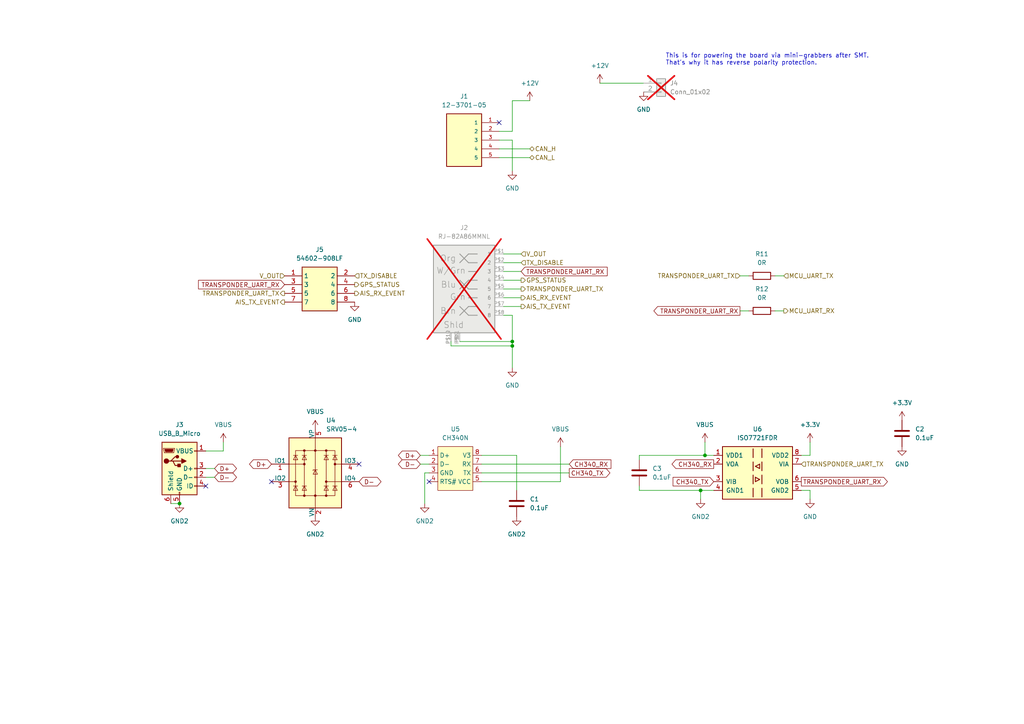
<source format=kicad_sch>
(kicad_sch
	(version 20231120)
	(generator "eeschema")
	(generator_version "8.0")
	(uuid "6932d4c8-d0a9-46f0-9adc-a2bd030409f3")
	(paper "A4")
	(title_block
		(title "MAIANA NMEA2000 Adapter")
		(date "2023-09-23")
		(rev "8")
		(company "Maverick Labs LLC")
	)
	(lib_symbols
		(symbol "12-3701-05:12-3701-05"
			(pin_names
				(offset 1.016)
			)
			(exclude_from_sim no)
			(in_bom yes)
			(on_board yes)
			(property "Reference" "J"
				(at 7.62 -5.08 0)
				(effects
					(font
						(size 1.27 1.27)
					)
					(justify left bottom)
				)
			)
			(property "Value" "12-3701-05"
				(at 0 0 0)
				(effects
					(font
						(size 1.27 1.27)
					)
					(justify bottom)
					(hide yes)
				)
			)
			(property "Footprint" "KiCadFootprints:MICRO_C_5PIN"
				(at 0 0 0)
				(effects
					(font
						(size 1.27 1.27)
					)
					(justify bottom)
					(hide yes)
				)
			)
			(property "Datasheet" ""
				(at 0 0 0)
				(effects
					(font
						(size 1.27 1.27)
					)
					(hide yes)
				)
			)
			(property "Description" ""
				(at 0 0 0)
				(effects
					(font
						(size 1.27 1.27)
					)
					(hide yes)
				)
			)
			(property "PARTNO" "12-3701-05"
				(at 0 0 0)
				(effects
					(font
						(size 1.27 1.27)
					)
					(justify bottom)
					(hide yes)
				)
			)
			(symbol "12-3701-05_0_0"
				(rectangle
					(start -5.08 -7.62)
					(end 5.08 7.62)
					(stroke
						(width 0.254)
						(type default)
					)
					(fill
						(type background)
					)
				)
				(pin bidirectional line
					(at -10.16 5.08 0)
					(length 5.08)
					(name "1"
						(effects
							(font
								(size 1.016 1.016)
							)
						)
					)
					(number "1"
						(effects
							(font
								(size 1.016 1.016)
							)
						)
					)
				)
				(pin bidirectional line
					(at -10.16 2.54 0)
					(length 5.08)
					(name "2"
						(effects
							(font
								(size 1.016 1.016)
							)
						)
					)
					(number "2"
						(effects
							(font
								(size 1.016 1.016)
							)
						)
					)
				)
				(pin bidirectional line
					(at -10.16 0 0)
					(length 5.08)
					(name "3"
						(effects
							(font
								(size 1.016 1.016)
							)
						)
					)
					(number "3"
						(effects
							(font
								(size 1.016 1.016)
							)
						)
					)
				)
				(pin bidirectional line
					(at -10.16 -2.54 0)
					(length 5.08)
					(name "4"
						(effects
							(font
								(size 1.016 1.016)
							)
						)
					)
					(number "4"
						(effects
							(font
								(size 1.016 1.016)
							)
						)
					)
				)
				(pin bidirectional line
					(at -10.16 -5.08 0)
					(length 5.08)
					(name "5"
						(effects
							(font
								(size 1.016 1.016)
							)
						)
					)
					(number "5"
						(effects
							(font
								(size 1.016 1.016)
							)
						)
					)
				)
			)
		)
		(symbol "CH340N:CH340N"
			(exclude_from_sim no)
			(in_bom yes)
			(on_board yes)
			(property "Reference" "U"
				(at 0 7.62 0)
				(effects
					(font
						(size 1.27 1.27)
					)
				)
			)
			(property "Value" "CH340N"
				(at 0 -8.89 0)
				(effects
					(font
						(size 1.27 1.27)
					)
				)
			)
			(property "Footprint" "Package_SO:SO-8_3.9x4.9mm_P1.27mm"
				(at 2.54 -13.97 0)
				(effects
					(font
						(size 1.27 1.27)
					)
					(hide yes)
				)
			)
			(property "Datasheet" ""
				(at 0 1.27 0)
				(effects
					(font
						(size 1.27 1.27)
					)
					(hide yes)
				)
			)
			(property "Description" ""
				(at 0 0 0)
				(effects
					(font
						(size 1.27 1.27)
					)
					(hide yes)
				)
			)
			(symbol "CH340N_1_1"
				(rectangle
					(start -5.08 6.35)
					(end 5.08 -6.35)
					(stroke
						(width 0)
						(type default)
					)
					(fill
						(type background)
					)
				)
				(pin input line
					(at -7.62 3.81 0)
					(length 2.54)
					(name "D+"
						(effects
							(font
								(size 1.27 1.27)
							)
						)
					)
					(number "1"
						(effects
							(font
								(size 1.27 1.27)
							)
						)
					)
				)
				(pin input line
					(at -7.62 1.27 0)
					(length 2.54)
					(name "D-"
						(effects
							(font
								(size 1.27 1.27)
							)
						)
					)
					(number "2"
						(effects
							(font
								(size 1.27 1.27)
							)
						)
					)
				)
				(pin passive line
					(at -7.62 -1.27 0)
					(length 2.54)
					(name "GND"
						(effects
							(font
								(size 1.27 1.27)
							)
						)
					)
					(number "3"
						(effects
							(font
								(size 1.27 1.27)
							)
						)
					)
				)
				(pin passive line
					(at -7.62 -3.81 0)
					(length 2.54)
					(name "RTS#"
						(effects
							(font
								(size 1.27 1.27)
							)
						)
					)
					(number "4"
						(effects
							(font
								(size 1.27 1.27)
							)
						)
					)
				)
				(pin passive line
					(at 7.62 -3.81 180)
					(length 2.54)
					(name "VCC"
						(effects
							(font
								(size 1.27 1.27)
							)
						)
					)
					(number "5"
						(effects
							(font
								(size 1.27 1.27)
							)
						)
					)
				)
				(pin passive line
					(at 7.62 -1.27 180)
					(length 2.54)
					(name "TX"
						(effects
							(font
								(size 1.27 1.27)
							)
						)
					)
					(number "6"
						(effects
							(font
								(size 1.27 1.27)
							)
						)
					)
				)
				(pin passive line
					(at 7.62 1.27 180)
					(length 2.54)
					(name "RX"
						(effects
							(font
								(size 1.27 1.27)
							)
						)
					)
					(number "7"
						(effects
							(font
								(size 1.27 1.27)
							)
						)
					)
				)
				(pin passive line
					(at 7.62 3.81 180)
					(length 2.54)
					(name "V3"
						(effects
							(font
								(size 1.27 1.27)
							)
						)
					)
					(number "8"
						(effects
							(font
								(size 1.27 1.27)
							)
						)
					)
				)
			)
		)
		(symbol "Connector:USB_B_Micro"
			(pin_names
				(offset 1.016)
			)
			(exclude_from_sim no)
			(in_bom yes)
			(on_board yes)
			(property "Reference" "J"
				(at -5.08 11.43 0)
				(effects
					(font
						(size 1.27 1.27)
					)
					(justify left)
				)
			)
			(property "Value" "USB_B_Micro"
				(at -5.08 8.89 0)
				(effects
					(font
						(size 1.27 1.27)
					)
					(justify left)
				)
			)
			(property "Footprint" ""
				(at 3.81 -1.27 0)
				(effects
					(font
						(size 1.27 1.27)
					)
					(hide yes)
				)
			)
			(property "Datasheet" "~"
				(at 3.81 -1.27 0)
				(effects
					(font
						(size 1.27 1.27)
					)
					(hide yes)
				)
			)
			(property "Description" "USB Micro Type B connector"
				(at 0 0 0)
				(effects
					(font
						(size 1.27 1.27)
					)
					(hide yes)
				)
			)
			(property "ki_keywords" "connector USB micro"
				(at 0 0 0)
				(effects
					(font
						(size 1.27 1.27)
					)
					(hide yes)
				)
			)
			(property "ki_fp_filters" "USB*"
				(at 0 0 0)
				(effects
					(font
						(size 1.27 1.27)
					)
					(hide yes)
				)
			)
			(symbol "USB_B_Micro_0_1"
				(rectangle
					(start -5.08 -7.62)
					(end 5.08 7.62)
					(stroke
						(width 0.254)
						(type default)
					)
					(fill
						(type background)
					)
				)
				(circle
					(center -3.81 2.159)
					(radius 0.635)
					(stroke
						(width 0.254)
						(type default)
					)
					(fill
						(type outline)
					)
				)
				(circle
					(center -0.635 3.429)
					(radius 0.381)
					(stroke
						(width 0.254)
						(type default)
					)
					(fill
						(type outline)
					)
				)
				(rectangle
					(start -0.127 -7.62)
					(end 0.127 -6.858)
					(stroke
						(width 0)
						(type default)
					)
					(fill
						(type none)
					)
				)
				(polyline
					(pts
						(xy -1.905 2.159) (xy 0.635 2.159)
					)
					(stroke
						(width 0.254)
						(type default)
					)
					(fill
						(type none)
					)
				)
				(polyline
					(pts
						(xy -3.175 2.159) (xy -2.54 2.159) (xy -1.27 3.429) (xy -0.635 3.429)
					)
					(stroke
						(width 0.254)
						(type default)
					)
					(fill
						(type none)
					)
				)
				(polyline
					(pts
						(xy -2.54 2.159) (xy -1.905 2.159) (xy -1.27 0.889) (xy 0 0.889)
					)
					(stroke
						(width 0.254)
						(type default)
					)
					(fill
						(type none)
					)
				)
				(polyline
					(pts
						(xy 0.635 2.794) (xy 0.635 1.524) (xy 1.905 2.159) (xy 0.635 2.794)
					)
					(stroke
						(width 0.254)
						(type default)
					)
					(fill
						(type outline)
					)
				)
				(polyline
					(pts
						(xy -4.318 5.588) (xy -1.778 5.588) (xy -2.032 4.826) (xy -4.064 4.826) (xy -4.318 5.588)
					)
					(stroke
						(width 0)
						(type default)
					)
					(fill
						(type outline)
					)
				)
				(polyline
					(pts
						(xy -4.699 5.842) (xy -4.699 5.588) (xy -4.445 4.826) (xy -4.445 4.572) (xy -1.651 4.572) (xy -1.651 4.826)
						(xy -1.397 5.588) (xy -1.397 5.842) (xy -4.699 5.842)
					)
					(stroke
						(width 0)
						(type default)
					)
					(fill
						(type none)
					)
				)
				(rectangle
					(start 0.254 1.27)
					(end -0.508 0.508)
					(stroke
						(width 0.254)
						(type default)
					)
					(fill
						(type outline)
					)
				)
				(rectangle
					(start 5.08 -5.207)
					(end 4.318 -4.953)
					(stroke
						(width 0)
						(type default)
					)
					(fill
						(type none)
					)
				)
				(rectangle
					(start 5.08 -2.667)
					(end 4.318 -2.413)
					(stroke
						(width 0)
						(type default)
					)
					(fill
						(type none)
					)
				)
				(rectangle
					(start 5.08 -0.127)
					(end 4.318 0.127)
					(stroke
						(width 0)
						(type default)
					)
					(fill
						(type none)
					)
				)
				(rectangle
					(start 5.08 4.953)
					(end 4.318 5.207)
					(stroke
						(width 0)
						(type default)
					)
					(fill
						(type none)
					)
				)
			)
			(symbol "USB_B_Micro_1_1"
				(pin power_out line
					(at 7.62 5.08 180)
					(length 2.54)
					(name "VBUS"
						(effects
							(font
								(size 1.27 1.27)
							)
						)
					)
					(number "1"
						(effects
							(font
								(size 1.27 1.27)
							)
						)
					)
				)
				(pin bidirectional line
					(at 7.62 -2.54 180)
					(length 2.54)
					(name "D-"
						(effects
							(font
								(size 1.27 1.27)
							)
						)
					)
					(number "2"
						(effects
							(font
								(size 1.27 1.27)
							)
						)
					)
				)
				(pin bidirectional line
					(at 7.62 0 180)
					(length 2.54)
					(name "D+"
						(effects
							(font
								(size 1.27 1.27)
							)
						)
					)
					(number "3"
						(effects
							(font
								(size 1.27 1.27)
							)
						)
					)
				)
				(pin passive line
					(at 7.62 -5.08 180)
					(length 2.54)
					(name "ID"
						(effects
							(font
								(size 1.27 1.27)
							)
						)
					)
					(number "4"
						(effects
							(font
								(size 1.27 1.27)
							)
						)
					)
				)
				(pin power_out line
					(at 0 -10.16 90)
					(length 2.54)
					(name "GND"
						(effects
							(font
								(size 1.27 1.27)
							)
						)
					)
					(number "5"
						(effects
							(font
								(size 1.27 1.27)
							)
						)
					)
				)
				(pin passive line
					(at -2.54 -10.16 90)
					(length 2.54)
					(name "Shield"
						(effects
							(font
								(size 1.27 1.27)
							)
						)
					)
					(number "6"
						(effects
							(font
								(size 1.27 1.27)
							)
						)
					)
				)
			)
		)
		(symbol "Connector_Generic:Conn_01x02"
			(pin_names
				(offset 1.016) hide)
			(exclude_from_sim no)
			(in_bom yes)
			(on_board yes)
			(property "Reference" "J"
				(at 0 2.54 0)
				(effects
					(font
						(size 1.27 1.27)
					)
				)
			)
			(property "Value" "Conn_01x02"
				(at 0 -5.08 0)
				(effects
					(font
						(size 1.27 1.27)
					)
				)
			)
			(property "Footprint" ""
				(at 0 0 0)
				(effects
					(font
						(size 1.27 1.27)
					)
					(hide yes)
				)
			)
			(property "Datasheet" "~"
				(at 0 0 0)
				(effects
					(font
						(size 1.27 1.27)
					)
					(hide yes)
				)
			)
			(property "Description" "Generic connector, single row, 01x02, script generated (kicad-library-utils/schlib/autogen/connector/)"
				(at 0 0 0)
				(effects
					(font
						(size 1.27 1.27)
					)
					(hide yes)
				)
			)
			(property "ki_keywords" "connector"
				(at 0 0 0)
				(effects
					(font
						(size 1.27 1.27)
					)
					(hide yes)
				)
			)
			(property "ki_fp_filters" "Connector*:*_1x??_*"
				(at 0 0 0)
				(effects
					(font
						(size 1.27 1.27)
					)
					(hide yes)
				)
			)
			(symbol "Conn_01x02_1_1"
				(rectangle
					(start -1.27 -2.413)
					(end 0 -2.667)
					(stroke
						(width 0.1524)
						(type default)
					)
					(fill
						(type none)
					)
				)
				(rectangle
					(start -1.27 0.127)
					(end 0 -0.127)
					(stroke
						(width 0.1524)
						(type default)
					)
					(fill
						(type none)
					)
				)
				(rectangle
					(start -1.27 1.27)
					(end 1.27 -3.81)
					(stroke
						(width 0.254)
						(type default)
					)
					(fill
						(type background)
					)
				)
				(pin passive line
					(at -5.08 0 0)
					(length 3.81)
					(name "Pin_1"
						(effects
							(font
								(size 1.27 1.27)
							)
						)
					)
					(number "1"
						(effects
							(font
								(size 1.27 1.27)
							)
						)
					)
				)
				(pin passive line
					(at -5.08 -2.54 0)
					(length 3.81)
					(name "Pin_2"
						(effects
							(font
								(size 1.27 1.27)
							)
						)
					)
					(number "2"
						(effects
							(font
								(size 1.27 1.27)
							)
						)
					)
				)
			)
		)
		(symbol "Device:C"
			(pin_numbers hide)
			(pin_names
				(offset 0.254)
			)
			(exclude_from_sim no)
			(in_bom yes)
			(on_board yes)
			(property "Reference" "C"
				(at 0.635 2.54 0)
				(effects
					(font
						(size 1.27 1.27)
					)
					(justify left)
				)
			)
			(property "Value" "C"
				(at 0.635 -2.54 0)
				(effects
					(font
						(size 1.27 1.27)
					)
					(justify left)
				)
			)
			(property "Footprint" ""
				(at 0.9652 -3.81 0)
				(effects
					(font
						(size 1.27 1.27)
					)
					(hide yes)
				)
			)
			(property "Datasheet" "~"
				(at 0 0 0)
				(effects
					(font
						(size 1.27 1.27)
					)
					(hide yes)
				)
			)
			(property "Description" "Unpolarized capacitor"
				(at 0 0 0)
				(effects
					(font
						(size 1.27 1.27)
					)
					(hide yes)
				)
			)
			(property "ki_keywords" "cap capacitor"
				(at 0 0 0)
				(effects
					(font
						(size 1.27 1.27)
					)
					(hide yes)
				)
			)
			(property "ki_fp_filters" "C_*"
				(at 0 0 0)
				(effects
					(font
						(size 1.27 1.27)
					)
					(hide yes)
				)
			)
			(symbol "C_0_1"
				(polyline
					(pts
						(xy -2.032 -0.762) (xy 2.032 -0.762)
					)
					(stroke
						(width 0.508)
						(type default)
					)
					(fill
						(type none)
					)
				)
				(polyline
					(pts
						(xy -2.032 0.762) (xy 2.032 0.762)
					)
					(stroke
						(width 0.508)
						(type default)
					)
					(fill
						(type none)
					)
				)
			)
			(symbol "C_1_1"
				(pin passive line
					(at 0 3.81 270)
					(length 2.794)
					(name "~"
						(effects
							(font
								(size 1.27 1.27)
							)
						)
					)
					(number "1"
						(effects
							(font
								(size 1.27 1.27)
							)
						)
					)
				)
				(pin passive line
					(at 0 -3.81 90)
					(length 2.794)
					(name "~"
						(effects
							(font
								(size 1.27 1.27)
							)
						)
					)
					(number "2"
						(effects
							(font
								(size 1.27 1.27)
							)
						)
					)
				)
			)
		)
		(symbol "Device:R"
			(pin_numbers hide)
			(pin_names
				(offset 0)
			)
			(exclude_from_sim no)
			(in_bom yes)
			(on_board yes)
			(property "Reference" "R"
				(at 2.032 0 90)
				(effects
					(font
						(size 1.27 1.27)
					)
				)
			)
			(property "Value" "R"
				(at 0 0 90)
				(effects
					(font
						(size 1.27 1.27)
					)
				)
			)
			(property "Footprint" ""
				(at -1.778 0 90)
				(effects
					(font
						(size 1.27 1.27)
					)
					(hide yes)
				)
			)
			(property "Datasheet" "~"
				(at 0 0 0)
				(effects
					(font
						(size 1.27 1.27)
					)
					(hide yes)
				)
			)
			(property "Description" "Resistor"
				(at 0 0 0)
				(effects
					(font
						(size 1.27 1.27)
					)
					(hide yes)
				)
			)
			(property "ki_keywords" "R res resistor"
				(at 0 0 0)
				(effects
					(font
						(size 1.27 1.27)
					)
					(hide yes)
				)
			)
			(property "ki_fp_filters" "R_*"
				(at 0 0 0)
				(effects
					(font
						(size 1.27 1.27)
					)
					(hide yes)
				)
			)
			(symbol "R_0_1"
				(rectangle
					(start -1.016 -2.54)
					(end 1.016 2.54)
					(stroke
						(width 0.254)
						(type default)
					)
					(fill
						(type none)
					)
				)
			)
			(symbol "R_1_1"
				(pin passive line
					(at 0 3.81 270)
					(length 1.27)
					(name "~"
						(effects
							(font
								(size 1.27 1.27)
							)
						)
					)
					(number "1"
						(effects
							(font
								(size 1.27 1.27)
							)
						)
					)
				)
				(pin passive line
					(at 0 -3.81 90)
					(length 1.27)
					(name "~"
						(effects
							(font
								(size 1.27 1.27)
							)
						)
					)
					(number "2"
						(effects
							(font
								(size 1.27 1.27)
							)
						)
					)
				)
			)
		)
		(symbol "Isolator:ADuM1201CR"
			(pin_names
				(offset 1.016)
			)
			(exclude_from_sim no)
			(in_bom yes)
			(on_board yes)
			(property "Reference" "U"
				(at -10.16 8.89 0)
				(effects
					(font
						(size 1.27 1.27)
					)
					(justify left)
				)
			)
			(property "Value" "ADuM1201CR"
				(at -2.032 8.89 0)
				(effects
					(font
						(size 1.27 1.27)
					)
					(justify left)
				)
			)
			(property "Footprint" "Package_SO:SOIC-8_3.9x4.9mm_P1.27mm"
				(at 0 -10.16 0)
				(effects
					(font
						(size 1.27 1.27)
						(italic yes)
					)
					(hide yes)
				)
			)
			(property "Datasheet" "https://www.analog.com/static/imported-files/data_sheets/ADuM1200_1201.pdf"
				(at 0 -2.54 0)
				(effects
					(font
						(size 1.27 1.27)
					)
					(hide yes)
				)
			)
			(property "Description" "Dual-Channel Digital Isolator, 25Mbps 45ns, bidirectional communication, 3V/5V level translation, SOIC-8"
				(at 0 0 0)
				(effects
					(font
						(size 1.27 1.27)
					)
					(hide yes)
				)
			)
			(property "ki_keywords" "2Ch Dual Digital Isolator 25Mbps"
				(at 0 0 0)
				(effects
					(font
						(size 1.27 1.27)
					)
					(hide yes)
				)
			)
			(property "ki_fp_filters" "SOIC*3.9x4.9mm*P1.27mm*"
				(at 0 0 0)
				(effects
					(font
						(size 1.27 1.27)
					)
					(hide yes)
				)
			)
			(symbol "ADuM1201CR_0_1"
				(rectangle
					(start -10.16 7.62)
					(end 10.16 -7.62)
					(stroke
						(width 0.254)
						(type default)
					)
					(fill
						(type background)
					)
				)
				(polyline
					(pts
						(xy -1.27 -4.445) (xy -1.27 -6.985)
					)
					(stroke
						(width 0.254)
						(type default)
					)
					(fill
						(type none)
					)
				)
				(polyline
					(pts
						(xy -1.27 -0.635) (xy -1.27 -3.175)
					)
					(stroke
						(width 0.254)
						(type default)
					)
					(fill
						(type none)
					)
				)
				(polyline
					(pts
						(xy -1.27 3.175) (xy -1.27 0.635)
					)
					(stroke
						(width 0.254)
						(type default)
					)
					(fill
						(type none)
					)
				)
				(polyline
					(pts
						(xy -1.27 6.985) (xy -1.27 4.445)
					)
					(stroke
						(width 0.254)
						(type default)
					)
					(fill
						(type none)
					)
				)
				(polyline
					(pts
						(xy 1.27 -4.445) (xy 1.27 -6.985)
					)
					(stroke
						(width 0.254)
						(type default)
					)
					(fill
						(type none)
					)
				)
				(polyline
					(pts
						(xy 1.27 -0.635) (xy 1.27 -3.175)
					)
					(stroke
						(width 0.254)
						(type default)
					)
					(fill
						(type none)
					)
				)
				(polyline
					(pts
						(xy 1.27 3.175) (xy 1.27 0.635)
					)
					(stroke
						(width 0.254)
						(type default)
					)
					(fill
						(type none)
					)
				)
				(polyline
					(pts
						(xy 1.27 6.985) (xy 1.27 4.445)
					)
					(stroke
						(width 0.254)
						(type default)
					)
					(fill
						(type none)
					)
				)
				(polyline
					(pts
						(xy -0.635 -1.27) (xy -0.635 -2.54) (xy 0.635 -1.905) (xy -0.635 -1.27)
					)
					(stroke
						(width 0.254)
						(type default)
					)
					(fill
						(type none)
					)
				)
				(polyline
					(pts
						(xy 0.635 2.54) (xy 0.635 1.27) (xy -0.635 1.905) (xy 0.635 2.54)
					)
					(stroke
						(width 0.254)
						(type default)
					)
					(fill
						(type none)
					)
				)
			)
			(symbol "ADuM1201CR_1_1"
				(pin power_in line
					(at -12.7 5.08 0)
					(length 2.54)
					(name "VDD1"
						(effects
							(font
								(size 1.27 1.27)
							)
						)
					)
					(number "1"
						(effects
							(font
								(size 1.27 1.27)
							)
						)
					)
				)
				(pin output line
					(at -12.7 2.54 0)
					(length 2.54)
					(name "VOA"
						(effects
							(font
								(size 1.27 1.27)
							)
						)
					)
					(number "2"
						(effects
							(font
								(size 1.27 1.27)
							)
						)
					)
				)
				(pin input line
					(at -12.7 -2.54 0)
					(length 2.54)
					(name "VIB"
						(effects
							(font
								(size 1.27 1.27)
							)
						)
					)
					(number "3"
						(effects
							(font
								(size 1.27 1.27)
							)
						)
					)
				)
				(pin power_in line
					(at -12.7 -5.08 0)
					(length 2.54)
					(name "GND1"
						(effects
							(font
								(size 1.27 1.27)
							)
						)
					)
					(number "4"
						(effects
							(font
								(size 1.27 1.27)
							)
						)
					)
				)
				(pin power_in line
					(at 12.7 -5.08 180)
					(length 2.54)
					(name "GND2"
						(effects
							(font
								(size 1.27 1.27)
							)
						)
					)
					(number "5"
						(effects
							(font
								(size 1.27 1.27)
							)
						)
					)
				)
				(pin output line
					(at 12.7 -2.54 180)
					(length 2.54)
					(name "VOB"
						(effects
							(font
								(size 1.27 1.27)
							)
						)
					)
					(number "6"
						(effects
							(font
								(size 1.27 1.27)
							)
						)
					)
				)
				(pin input line
					(at 12.7 2.54 180)
					(length 2.54)
					(name "VIA"
						(effects
							(font
								(size 1.27 1.27)
							)
						)
					)
					(number "7"
						(effects
							(font
								(size 1.27 1.27)
							)
						)
					)
				)
				(pin power_in line
					(at 12.7 5.08 180)
					(length 2.54)
					(name "VDD2"
						(effects
							(font
								(size 1.27 1.27)
							)
						)
					)
					(number "8"
						(effects
							(font
								(size 1.27 1.27)
							)
						)
					)
				)
			)
		)
		(symbol "Power_Protection:SRV05-4"
			(pin_names
				(offset 0)
			)
			(exclude_from_sim no)
			(in_bom yes)
			(on_board yes)
			(property "Reference" "U"
				(at -5.08 11.43 0)
				(effects
					(font
						(size 1.27 1.27)
					)
					(justify right)
				)
			)
			(property "Value" "SRV05-4"
				(at 2.54 11.43 0)
				(effects
					(font
						(size 1.27 1.27)
					)
					(justify left)
				)
			)
			(property "Footprint" "Package_TO_SOT_SMD:SOT-23-6"
				(at 17.78 -11.43 0)
				(effects
					(font
						(size 1.27 1.27)
					)
					(hide yes)
				)
			)
			(property "Datasheet" "http://www.onsemi.com/pub/Collateral/SRV05-4-D.PDF"
				(at 0 0 0)
				(effects
					(font
						(size 1.27 1.27)
					)
					(hide yes)
				)
			)
			(property "Description" "ESD Protection Diodes with Low Clamping Voltage, SOT-23-6"
				(at 0 0 0)
				(effects
					(font
						(size 1.27 1.27)
					)
					(hide yes)
				)
			)
			(property "ki_keywords" "ESD protection diodes"
				(at 0 0 0)
				(effects
					(font
						(size 1.27 1.27)
					)
					(hide yes)
				)
			)
			(property "ki_fp_filters" "SOT?23*"
				(at 0 0 0)
				(effects
					(font
						(size 1.27 1.27)
					)
					(hide yes)
				)
			)
			(symbol "SRV05-4_0_0"
				(rectangle
					(start -5.715 6.477)
					(end 5.715 -6.604)
					(stroke
						(width 0)
						(type default)
					)
					(fill
						(type none)
					)
				)
				(polyline
					(pts
						(xy -3.175 -6.604) (xy -3.175 6.477)
					)
					(stroke
						(width 0)
						(type default)
					)
					(fill
						(type none)
					)
				)
				(polyline
					(pts
						(xy 3.175 6.477) (xy 3.175 -6.604)
					)
					(stroke
						(width 0)
						(type default)
					)
					(fill
						(type none)
					)
				)
			)
			(symbol "SRV05-4_0_1"
				(rectangle
					(start -7.62 10.16)
					(end 7.62 -10.16)
					(stroke
						(width 0.254)
						(type default)
					)
					(fill
						(type background)
					)
				)
				(circle
					(center -5.715 -2.54)
					(radius 0.2794)
					(stroke
						(width 0)
						(type default)
					)
					(fill
						(type outline)
					)
				)
				(circle
					(center -3.175 -6.604)
					(radius 0.2794)
					(stroke
						(width 0)
						(type default)
					)
					(fill
						(type outline)
					)
				)
				(circle
					(center -3.175 2.54)
					(radius 0.2794)
					(stroke
						(width 0)
						(type default)
					)
					(fill
						(type outline)
					)
				)
				(circle
					(center -3.175 6.477)
					(radius 0.2794)
					(stroke
						(width 0)
						(type default)
					)
					(fill
						(type outline)
					)
				)
				(circle
					(center 0 -6.604)
					(radius 0.2794)
					(stroke
						(width 0)
						(type default)
					)
					(fill
						(type outline)
					)
				)
				(polyline
					(pts
						(xy -7.747 2.54) (xy -3.175 2.54)
					)
					(stroke
						(width 0)
						(type default)
					)
					(fill
						(type none)
					)
				)
				(polyline
					(pts
						(xy -7.62 -2.54) (xy -5.715 -2.54)
					)
					(stroke
						(width 0)
						(type default)
					)
					(fill
						(type none)
					)
				)
				(polyline
					(pts
						(xy -5.08 -3.81) (xy -6.35 -3.81)
					)
					(stroke
						(width 0)
						(type default)
					)
					(fill
						(type none)
					)
				)
				(polyline
					(pts
						(xy -5.08 5.08) (xy -6.35 5.08)
					)
					(stroke
						(width 0)
						(type default)
					)
					(fill
						(type none)
					)
				)
				(polyline
					(pts
						(xy -2.54 -3.81) (xy -3.81 -3.81)
					)
					(stroke
						(width 0)
						(type default)
					)
					(fill
						(type none)
					)
				)
				(polyline
					(pts
						(xy -2.54 5.08) (xy -3.81 5.08)
					)
					(stroke
						(width 0)
						(type default)
					)
					(fill
						(type none)
					)
				)
				(polyline
					(pts
						(xy 0 10.16) (xy 0 -10.16)
					)
					(stroke
						(width 0)
						(type default)
					)
					(fill
						(type none)
					)
				)
				(polyline
					(pts
						(xy 3.81 -3.81) (xy 2.54 -3.81)
					)
					(stroke
						(width 0)
						(type default)
					)
					(fill
						(type none)
					)
				)
				(polyline
					(pts
						(xy 3.81 5.08) (xy 2.54 5.08)
					)
					(stroke
						(width 0)
						(type default)
					)
					(fill
						(type none)
					)
				)
				(polyline
					(pts
						(xy 6.35 -3.81) (xy 5.08 -3.81)
					)
					(stroke
						(width 0)
						(type default)
					)
					(fill
						(type none)
					)
				)
				(polyline
					(pts
						(xy 6.35 5.08) (xy 5.08 5.08)
					)
					(stroke
						(width 0)
						(type default)
					)
					(fill
						(type none)
					)
				)
				(polyline
					(pts
						(xy 7.62 -2.54) (xy 3.175 -2.54)
					)
					(stroke
						(width 0)
						(type default)
					)
					(fill
						(type none)
					)
				)
				(polyline
					(pts
						(xy 7.62 2.54) (xy 5.715 2.54)
					)
					(stroke
						(width 0)
						(type default)
					)
					(fill
						(type none)
					)
				)
				(polyline
					(pts
						(xy 0.635 0.889) (xy -0.635 0.889) (xy -0.635 0.635)
					)
					(stroke
						(width 0)
						(type default)
					)
					(fill
						(type none)
					)
				)
				(polyline
					(pts
						(xy -5.08 -5.08) (xy -6.35 -5.08) (xy -5.715 -3.81) (xy -5.08 -5.08)
					)
					(stroke
						(width 0)
						(type default)
					)
					(fill
						(type none)
					)
				)
				(polyline
					(pts
						(xy -5.08 3.81) (xy -6.35 3.81) (xy -5.715 5.08) (xy -5.08 3.81)
					)
					(stroke
						(width 0)
						(type default)
					)
					(fill
						(type none)
					)
				)
				(polyline
					(pts
						(xy -2.54 -5.08) (xy -3.81 -5.08) (xy -3.175 -3.81) (xy -2.54 -5.08)
					)
					(stroke
						(width 0)
						(type default)
					)
					(fill
						(type none)
					)
				)
				(polyline
					(pts
						(xy -2.54 3.81) (xy -3.81 3.81) (xy -3.175 5.08) (xy -2.54 3.81)
					)
					(stroke
						(width 0)
						(type default)
					)
					(fill
						(type none)
					)
				)
				(polyline
					(pts
						(xy 0.635 -0.381) (xy -0.635 -0.381) (xy 0 0.889) (xy 0.635 -0.381)
					)
					(stroke
						(width 0)
						(type default)
					)
					(fill
						(type none)
					)
				)
				(polyline
					(pts
						(xy 3.81 -5.08) (xy 2.54 -5.08) (xy 3.175 -3.81) (xy 3.81 -5.08)
					)
					(stroke
						(width 0)
						(type default)
					)
					(fill
						(type none)
					)
				)
				(polyline
					(pts
						(xy 3.81 3.81) (xy 2.54 3.81) (xy 3.175 5.08) (xy 3.81 3.81)
					)
					(stroke
						(width 0)
						(type default)
					)
					(fill
						(type none)
					)
				)
				(polyline
					(pts
						(xy 6.35 -5.08) (xy 5.08 -5.08) (xy 5.715 -3.81) (xy 6.35 -5.08)
					)
					(stroke
						(width 0)
						(type default)
					)
					(fill
						(type none)
					)
				)
				(polyline
					(pts
						(xy 6.35 3.81) (xy 5.08 3.81) (xy 5.715 5.08) (xy 6.35 3.81)
					)
					(stroke
						(width 0)
						(type default)
					)
					(fill
						(type none)
					)
				)
				(circle
					(center 0 6.477)
					(radius 0.2794)
					(stroke
						(width 0)
						(type default)
					)
					(fill
						(type outline)
					)
				)
				(circle
					(center 3.175 -6.604)
					(radius 0.2794)
					(stroke
						(width 0)
						(type default)
					)
					(fill
						(type outline)
					)
				)
				(circle
					(center 3.175 -2.54)
					(radius 0.2794)
					(stroke
						(width 0)
						(type default)
					)
					(fill
						(type outline)
					)
				)
				(circle
					(center 3.175 6.477)
					(radius 0.2794)
					(stroke
						(width 0)
						(type default)
					)
					(fill
						(type outline)
					)
				)
				(circle
					(center 5.715 2.54)
					(radius 0.2794)
					(stroke
						(width 0)
						(type default)
					)
					(fill
						(type outline)
					)
				)
			)
			(symbol "SRV05-4_1_1"
				(pin passive line
					(at -12.7 2.54 0)
					(length 5.08)
					(name "IO1"
						(effects
							(font
								(size 1.27 1.27)
							)
						)
					)
					(number "1"
						(effects
							(font
								(size 1.27 1.27)
							)
						)
					)
				)
				(pin passive line
					(at 0 -12.7 90)
					(length 2.54)
					(name "VN"
						(effects
							(font
								(size 1.27 1.27)
							)
						)
					)
					(number "2"
						(effects
							(font
								(size 1.27 1.27)
							)
						)
					)
				)
				(pin passive line
					(at -12.7 -2.54 0)
					(length 5.08)
					(name "IO2"
						(effects
							(font
								(size 1.27 1.27)
							)
						)
					)
					(number "3"
						(effects
							(font
								(size 1.27 1.27)
							)
						)
					)
				)
				(pin passive line
					(at 12.7 2.54 180)
					(length 5.08)
					(name "IO3"
						(effects
							(font
								(size 1.27 1.27)
							)
						)
					)
					(number "4"
						(effects
							(font
								(size 1.27 1.27)
							)
						)
					)
				)
				(pin passive line
					(at 0 12.7 270)
					(length 2.54)
					(name "VP"
						(effects
							(font
								(size 1.27 1.27)
							)
						)
					)
					(number "5"
						(effects
							(font
								(size 1.27 1.27)
							)
						)
					)
				)
				(pin passive line
					(at 12.7 -2.54 180)
					(length 5.08)
					(name "IO4"
						(effects
							(font
								(size 1.27 1.27)
							)
						)
					)
					(number "6"
						(effects
							(font
								(size 1.27 1.27)
							)
						)
					)
				)
			)
		)
		(symbol "RJ-82A86MMNL:RJ-82A86MMNL"
			(pin_names
				(offset 1.016)
			)
			(exclude_from_sim no)
			(in_bom yes)
			(on_board yes)
			(property "Reference" "J"
				(at -10.16 13.208 0)
				(effects
					(font
						(size 1.27 1.27)
					)
					(justify left bottom)
				)
			)
			(property "Value" "RJ-82A86MMNL"
				(at 0 0 0)
				(effects
					(font
						(size 1.27 1.27)
					)
					(justify bottom)
					(hide yes)
				)
			)
			(property "Footprint" "KiCadFootprints:RJ-82A86MMNL"
				(at 0 0 0)
				(effects
					(font
						(size 1.27 1.27)
					)
					(justify bottom)
					(hide yes)
				)
			)
			(property "Datasheet" ""
				(at 0 0 0)
				(effects
					(font
						(size 1.27 1.27)
					)
					(hide yes)
				)
			)
			(property "Description" ""
				(at 0 0 0)
				(effects
					(font
						(size 1.27 1.27)
					)
					(hide yes)
				)
			)
			(property "PARTNO" "RJ-82A86MMNL"
				(at 0 0 0)
				(effects
					(font
						(size 1.27 1.27)
					)
					(justify bottom)
					(hide yes)
				)
			)
			(symbol "RJ-82A86MMNL_0_0"
				(rectangle
					(start -10.16 -12.7)
					(end 7.62 12.7)
					(stroke
						(width 0.254)
						(type default)
					)
					(fill
						(type background)
					)
				)
				(polyline
					(pts
						(xy -5.08 -7.62) (xy -2.54 -7.62)
					)
					(stroke
						(width 0.254)
						(type default)
					)
					(fill
						(type none)
					)
				)
				(polyline
					(pts
						(xy -5.08 -5.08) (xy -2.54 -5.08)
					)
					(stroke
						(width 0.254)
						(type default)
					)
					(fill
						(type none)
					)
				)
				(polyline
					(pts
						(xy -5.08 -2.54) (xy -2.54 -2.54)
					)
					(stroke
						(width 0.254)
						(type default)
					)
					(fill
						(type none)
					)
				)
				(polyline
					(pts
						(xy -5.08 0) (xy -2.54 0)
					)
					(stroke
						(width 0.254)
						(type default)
					)
					(fill
						(type none)
					)
				)
				(polyline
					(pts
						(xy -5.08 2.54) (xy -2.54 2.54)
					)
					(stroke
						(width 0.254)
						(type default)
					)
					(fill
						(type none)
					)
				)
				(polyline
					(pts
						(xy -5.08 5.08) (xy -2.54 5.08)
					)
					(stroke
						(width 0.254)
						(type default)
					)
					(fill
						(type none)
					)
				)
				(polyline
					(pts
						(xy -5.08 7.62) (xy -2.54 7.62)
					)
					(stroke
						(width 0.254)
						(type default)
					)
					(fill
						(type none)
					)
				)
				(polyline
					(pts
						(xy -5.08 10.16) (xy -2.54 10.16)
					)
					(stroke
						(width 0.254)
						(type default)
					)
					(fill
						(type none)
					)
				)
				(polyline
					(pts
						(xy -2.54 -7.62) (xy 0 -5.08)
					)
					(stroke
						(width 0.254)
						(type default)
					)
					(fill
						(type none)
					)
				)
				(polyline
					(pts
						(xy -2.54 -5.08) (xy 0 -7.62)
					)
					(stroke
						(width 0.254)
						(type default)
					)
					(fill
						(type none)
					)
				)
				(polyline
					(pts
						(xy -2.54 0) (xy 0 2.54)
					)
					(stroke
						(width 0.254)
						(type default)
					)
					(fill
						(type none)
					)
				)
				(polyline
					(pts
						(xy -2.54 2.54) (xy 0 0)
					)
					(stroke
						(width 0.254)
						(type default)
					)
					(fill
						(type none)
					)
				)
				(polyline
					(pts
						(xy -2.54 7.62) (xy 0 10.16)
					)
					(stroke
						(width 0.254)
						(type default)
					)
					(fill
						(type none)
					)
				)
				(polyline
					(pts
						(xy -2.54 10.16) (xy 0 7.62)
					)
					(stroke
						(width 0.254)
						(type default)
					)
					(fill
						(type none)
					)
				)
				(text "Blu"
					(at 1.016 0.254 0)
					(effects
						(font
							(size 1.778 1.778)
						)
						(justify left bottom)
					)
				)
				(text "Brn"
					(at 1.016 -7.366 0)
					(effects
						(font
							(size 1.778 1.778)
						)
						(justify left bottom)
					)
				)
				(text "Grn"
					(at -1.778 -3.302 0)
					(effects
						(font
							(size 1.778 1.778)
						)
						(justify left bottom)
					)
				)
				(text "Org"
					(at 1.016 7.874 0)
					(effects
						(font
							(size 1.778 1.778)
						)
						(justify left bottom)
					)
				)
				(text "Shld"
					(at -1.27 -11.43 0)
					(effects
						(font
							(size 1.778 1.778)
						)
						(justify left bottom)
					)
				)
				(text "W/Grn"
					(at -1.778 4.318 0)
					(effects
						(font
							(size 1.778 1.778)
						)
						(justify left bottom)
					)
				)
				(pin bidirectional line
					(at -12.7 10.16 0)
					(length 2.54)
					(name "1"
						(effects
							(font
								(size 1.016 1.016)
							)
						)
					)
					(number "P$1"
						(effects
							(font
								(size 1.016 1.016)
							)
						)
					)
				)
				(pin bidirectional line
					(at 2.54 -15.24 90)
					(length 2.54)
					(name "~"
						(effects
							(font
								(size 1.016 1.016)
							)
						)
					)
					(number "P$10"
						(effects
							(font
								(size 1.016 1.016)
							)
						)
					)
				)
				(pin bidirectional line
					(at 0 -15.24 90)
					(length 2.54)
					(name "~"
						(effects
							(font
								(size 1.016 1.016)
							)
						)
					)
					(number "P$11"
						(effects
							(font
								(size 1.016 1.016)
							)
						)
					)
				)
				(pin bidirectional line
					(at 2.54 -15.24 90)
					(length 2.54)
					(name "~"
						(effects
							(font
								(size 1.016 1.016)
							)
						)
					)
					(number "P$12"
						(effects
							(font
								(size 1.016 1.016)
							)
						)
					)
				)
				(pin bidirectional line
					(at -12.7 7.62 0)
					(length 2.54)
					(name "2"
						(effects
							(font
								(size 1.016 1.016)
							)
						)
					)
					(number "P$2"
						(effects
							(font
								(size 1.016 1.016)
							)
						)
					)
				)
				(pin bidirectional line
					(at -12.7 5.08 0)
					(length 2.54)
					(name "3"
						(effects
							(font
								(size 1.016 1.016)
							)
						)
					)
					(number "P$3"
						(effects
							(font
								(size 1.016 1.016)
							)
						)
					)
				)
				(pin bidirectional line
					(at -12.7 2.54 0)
					(length 2.54)
					(name "4"
						(effects
							(font
								(size 1.016 1.016)
							)
						)
					)
					(number "P$4"
						(effects
							(font
								(size 1.016 1.016)
							)
						)
					)
				)
				(pin bidirectional line
					(at -12.7 0 0)
					(length 2.54)
					(name "5"
						(effects
							(font
								(size 1.016 1.016)
							)
						)
					)
					(number "P$5"
						(effects
							(font
								(size 1.016 1.016)
							)
						)
					)
				)
				(pin bidirectional line
					(at -12.7 -2.54 0)
					(length 2.54)
					(name "6"
						(effects
							(font
								(size 1.016 1.016)
							)
						)
					)
					(number "P$6"
						(effects
							(font
								(size 1.016 1.016)
							)
						)
					)
				)
				(pin bidirectional line
					(at -12.7 -5.08 0)
					(length 2.54)
					(name "7"
						(effects
							(font
								(size 1.016 1.016)
							)
						)
					)
					(number "P$7"
						(effects
							(font
								(size 1.016 1.016)
							)
						)
					)
				)
				(pin bidirectional line
					(at -12.7 -7.62 0)
					(length 2.54)
					(name "8"
						(effects
							(font
								(size 1.016 1.016)
							)
						)
					)
					(number "P$8"
						(effects
							(font
								(size 1.016 1.016)
							)
						)
					)
				)
				(pin bidirectional line
					(at 0 -15.24 90)
					(length 2.54)
					(name "~"
						(effects
							(font
								(size 1.016 1.016)
							)
						)
					)
					(number "P$9"
						(effects
							(font
								(size 1.016 1.016)
							)
						)
					)
				)
			)
		)
		(symbol "SamacSys_Parts:54602-908LF"
			(exclude_from_sim no)
			(in_bom yes)
			(on_board yes)
			(property "Reference" "J"
				(at 16.51 7.62 0)
				(effects
					(font
						(size 1.27 1.27)
					)
					(justify left top)
				)
			)
			(property "Value" "54602-908LF"
				(at 16.51 5.08 0)
				(effects
					(font
						(size 1.27 1.27)
					)
					(justify left top)
				)
			)
			(property "Footprint" "54602908LF"
				(at 16.51 -94.92 0)
				(effects
					(font
						(size 1.27 1.27)
					)
					(justify left top)
					(hide yes)
				)
			)
			(property "Datasheet" "https://cdn.amphenol-cs.com/media/wysiwyg/files/drawing/c-bmj-0102.pdf"
				(at 16.51 -194.92 0)
				(effects
					(font
						(size 1.27 1.27)
					)
					(justify left top)
					(hide yes)
				)
			)
			(property "Description" "Modular Jack, Input Output Connectors, Cat 3 Single Modular Jack, Horizontal, Board Through Mount, 8P8C, 1 Port"
				(at 0 0 0)
				(effects
					(font
						(size 1.27 1.27)
					)
					(hide yes)
				)
			)
			(property "Height" "12.85"
				(at 16.51 -394.92 0)
				(effects
					(font
						(size 1.27 1.27)
					)
					(justify left top)
					(hide yes)
				)
			)
			(property "Mouser Part Number" ""
				(at 16.51 -494.92 0)
				(effects
					(font
						(size 1.27 1.27)
					)
					(justify left top)
					(hide yes)
				)
			)
			(property "Mouser Price/Stock" ""
				(at 16.51 -594.92 0)
				(effects
					(font
						(size 1.27 1.27)
					)
					(justify left top)
					(hide yes)
				)
			)
			(property "Manufacturer_Name" "Amphenol Communications Solutions"
				(at 16.51 -694.92 0)
				(effects
					(font
						(size 1.27 1.27)
					)
					(justify left top)
					(hide yes)
				)
			)
			(property "Manufacturer_Part_Number" "54602-908LF"
				(at 16.51 -794.92 0)
				(effects
					(font
						(size 1.27 1.27)
					)
					(justify left top)
					(hide yes)
				)
			)
			(symbol "54602-908LF_1_1"
				(rectangle
					(start 5.08 2.54)
					(end 15.24 -10.16)
					(stroke
						(width 0.254)
						(type default)
					)
					(fill
						(type background)
					)
				)
				(pin passive line
					(at 0 0 0)
					(length 5.08)
					(name "1"
						(effects
							(font
								(size 1.27 1.27)
							)
						)
					)
					(number "1"
						(effects
							(font
								(size 1.27 1.27)
							)
						)
					)
				)
				(pin passive line
					(at 20.32 0 180)
					(length 5.08)
					(name "2"
						(effects
							(font
								(size 1.27 1.27)
							)
						)
					)
					(number "2"
						(effects
							(font
								(size 1.27 1.27)
							)
						)
					)
				)
				(pin passive line
					(at 0 -2.54 0)
					(length 5.08)
					(name "3"
						(effects
							(font
								(size 1.27 1.27)
							)
						)
					)
					(number "3"
						(effects
							(font
								(size 1.27 1.27)
							)
						)
					)
				)
				(pin passive line
					(at 20.32 -2.54 180)
					(length 5.08)
					(name "4"
						(effects
							(font
								(size 1.27 1.27)
							)
						)
					)
					(number "4"
						(effects
							(font
								(size 1.27 1.27)
							)
						)
					)
				)
				(pin passive line
					(at 0 -5.08 0)
					(length 5.08)
					(name "5"
						(effects
							(font
								(size 1.27 1.27)
							)
						)
					)
					(number "5"
						(effects
							(font
								(size 1.27 1.27)
							)
						)
					)
				)
				(pin passive line
					(at 20.32 -5.08 180)
					(length 5.08)
					(name "6"
						(effects
							(font
								(size 1.27 1.27)
							)
						)
					)
					(number "6"
						(effects
							(font
								(size 1.27 1.27)
							)
						)
					)
				)
				(pin passive line
					(at 0 -7.62 0)
					(length 5.08)
					(name "7"
						(effects
							(font
								(size 1.27 1.27)
							)
						)
					)
					(number "7"
						(effects
							(font
								(size 1.27 1.27)
							)
						)
					)
				)
				(pin passive line
					(at 20.32 -7.62 180)
					(length 5.08)
					(name "8"
						(effects
							(font
								(size 1.27 1.27)
							)
						)
					)
					(number "8"
						(effects
							(font
								(size 1.27 1.27)
							)
						)
					)
				)
			)
		)
		(symbol "power:+12V"
			(power)
			(pin_names
				(offset 0)
			)
			(exclude_from_sim no)
			(in_bom yes)
			(on_board yes)
			(property "Reference" "#PWR"
				(at 0 -3.81 0)
				(effects
					(font
						(size 1.27 1.27)
					)
					(hide yes)
				)
			)
			(property "Value" "+12V"
				(at 0 3.556 0)
				(effects
					(font
						(size 1.27 1.27)
					)
				)
			)
			(property "Footprint" ""
				(at 0 0 0)
				(effects
					(font
						(size 1.27 1.27)
					)
					(hide yes)
				)
			)
			(property "Datasheet" ""
				(at 0 0 0)
				(effects
					(font
						(size 1.27 1.27)
					)
					(hide yes)
				)
			)
			(property "Description" "Power symbol creates a global label with name \"+12V\""
				(at 0 0 0)
				(effects
					(font
						(size 1.27 1.27)
					)
					(hide yes)
				)
			)
			(property "ki_keywords" "global power"
				(at 0 0 0)
				(effects
					(font
						(size 1.27 1.27)
					)
					(hide yes)
				)
			)
			(symbol "+12V_0_1"
				(polyline
					(pts
						(xy -0.762 1.27) (xy 0 2.54)
					)
					(stroke
						(width 0)
						(type default)
					)
					(fill
						(type none)
					)
				)
				(polyline
					(pts
						(xy 0 0) (xy 0 2.54)
					)
					(stroke
						(width 0)
						(type default)
					)
					(fill
						(type none)
					)
				)
				(polyline
					(pts
						(xy 0 2.54) (xy 0.762 1.27)
					)
					(stroke
						(width 0)
						(type default)
					)
					(fill
						(type none)
					)
				)
			)
			(symbol "+12V_1_1"
				(pin power_in line
					(at 0 0 90)
					(length 0) hide
					(name "+12V"
						(effects
							(font
								(size 1.27 1.27)
							)
						)
					)
					(number "1"
						(effects
							(font
								(size 1.27 1.27)
							)
						)
					)
				)
			)
		)
		(symbol "power:+3.3V"
			(power)
			(pin_names
				(offset 0)
			)
			(exclude_from_sim no)
			(in_bom yes)
			(on_board yes)
			(property "Reference" "#PWR"
				(at 0 -3.81 0)
				(effects
					(font
						(size 1.27 1.27)
					)
					(hide yes)
				)
			)
			(property "Value" "+3.3V"
				(at 0 3.556 0)
				(effects
					(font
						(size 1.27 1.27)
					)
				)
			)
			(property "Footprint" ""
				(at 0 0 0)
				(effects
					(font
						(size 1.27 1.27)
					)
					(hide yes)
				)
			)
			(property "Datasheet" ""
				(at 0 0 0)
				(effects
					(font
						(size 1.27 1.27)
					)
					(hide yes)
				)
			)
			(property "Description" "Power symbol creates a global label with name \"+3.3V\""
				(at 0 0 0)
				(effects
					(font
						(size 1.27 1.27)
					)
					(hide yes)
				)
			)
			(property "ki_keywords" "global power"
				(at 0 0 0)
				(effects
					(font
						(size 1.27 1.27)
					)
					(hide yes)
				)
			)
			(symbol "+3.3V_0_1"
				(polyline
					(pts
						(xy -0.762 1.27) (xy 0 2.54)
					)
					(stroke
						(width 0)
						(type default)
					)
					(fill
						(type none)
					)
				)
				(polyline
					(pts
						(xy 0 0) (xy 0 2.54)
					)
					(stroke
						(width 0)
						(type default)
					)
					(fill
						(type none)
					)
				)
				(polyline
					(pts
						(xy 0 2.54) (xy 0.762 1.27)
					)
					(stroke
						(width 0)
						(type default)
					)
					(fill
						(type none)
					)
				)
			)
			(symbol "+3.3V_1_1"
				(pin power_in line
					(at 0 0 90)
					(length 0) hide
					(name "+3.3V"
						(effects
							(font
								(size 1.27 1.27)
							)
						)
					)
					(number "1"
						(effects
							(font
								(size 1.27 1.27)
							)
						)
					)
				)
			)
		)
		(symbol "power:GND"
			(power)
			(pin_names
				(offset 0)
			)
			(exclude_from_sim no)
			(in_bom yes)
			(on_board yes)
			(property "Reference" "#PWR"
				(at 0 -6.35 0)
				(effects
					(font
						(size 1.27 1.27)
					)
					(hide yes)
				)
			)
			(property "Value" "GND"
				(at 0 -3.81 0)
				(effects
					(font
						(size 1.27 1.27)
					)
				)
			)
			(property "Footprint" ""
				(at 0 0 0)
				(effects
					(font
						(size 1.27 1.27)
					)
					(hide yes)
				)
			)
			(property "Datasheet" ""
				(at 0 0 0)
				(effects
					(font
						(size 1.27 1.27)
					)
					(hide yes)
				)
			)
			(property "Description" "Power symbol creates a global label with name \"GND\" , ground"
				(at 0 0 0)
				(effects
					(font
						(size 1.27 1.27)
					)
					(hide yes)
				)
			)
			(property "ki_keywords" "global power"
				(at 0 0 0)
				(effects
					(font
						(size 1.27 1.27)
					)
					(hide yes)
				)
			)
			(symbol "GND_0_1"
				(polyline
					(pts
						(xy 0 0) (xy 0 -1.27) (xy 1.27 -1.27) (xy 0 -2.54) (xy -1.27 -1.27) (xy 0 -1.27)
					)
					(stroke
						(width 0)
						(type default)
					)
					(fill
						(type none)
					)
				)
			)
			(symbol "GND_1_1"
				(pin power_in line
					(at 0 0 270)
					(length 0) hide
					(name "GND"
						(effects
							(font
								(size 1.27 1.27)
							)
						)
					)
					(number "1"
						(effects
							(font
								(size 1.27 1.27)
							)
						)
					)
				)
			)
		)
		(symbol "power:GND2"
			(power)
			(pin_names
				(offset 0)
			)
			(exclude_from_sim no)
			(in_bom yes)
			(on_board yes)
			(property "Reference" "#PWR"
				(at 0 -6.35 0)
				(effects
					(font
						(size 1.27 1.27)
					)
					(hide yes)
				)
			)
			(property "Value" "GND2"
				(at 0 -3.81 0)
				(effects
					(font
						(size 1.27 1.27)
					)
				)
			)
			(property "Footprint" ""
				(at 0 0 0)
				(effects
					(font
						(size 1.27 1.27)
					)
					(hide yes)
				)
			)
			(property "Datasheet" ""
				(at 0 0 0)
				(effects
					(font
						(size 1.27 1.27)
					)
					(hide yes)
				)
			)
			(property "Description" "Power symbol creates a global label with name \"GND2\" , ground"
				(at 0 0 0)
				(effects
					(font
						(size 1.27 1.27)
					)
					(hide yes)
				)
			)
			(property "ki_keywords" "global power"
				(at 0 0 0)
				(effects
					(font
						(size 1.27 1.27)
					)
					(hide yes)
				)
			)
			(symbol "GND2_0_1"
				(polyline
					(pts
						(xy 0 0) (xy 0 -1.27) (xy 1.27 -1.27) (xy 0 -2.54) (xy -1.27 -1.27) (xy 0 -1.27)
					)
					(stroke
						(width 0)
						(type default)
					)
					(fill
						(type none)
					)
				)
			)
			(symbol "GND2_1_1"
				(pin power_in line
					(at 0 0 270)
					(length 0) hide
					(name "GND2"
						(effects
							(font
								(size 1.27 1.27)
							)
						)
					)
					(number "1"
						(effects
							(font
								(size 1.27 1.27)
							)
						)
					)
				)
			)
		)
		(symbol "power:VBUS"
			(power)
			(pin_names
				(offset 0)
			)
			(exclude_from_sim no)
			(in_bom yes)
			(on_board yes)
			(property "Reference" "#PWR"
				(at 0 -3.81 0)
				(effects
					(font
						(size 1.27 1.27)
					)
					(hide yes)
				)
			)
			(property "Value" "VBUS"
				(at 0 3.81 0)
				(effects
					(font
						(size 1.27 1.27)
					)
				)
			)
			(property "Footprint" ""
				(at 0 0 0)
				(effects
					(font
						(size 1.27 1.27)
					)
					(hide yes)
				)
			)
			(property "Datasheet" ""
				(at 0 0 0)
				(effects
					(font
						(size 1.27 1.27)
					)
					(hide yes)
				)
			)
			(property "Description" "Power symbol creates a global label with name \"VBUS\""
				(at 0 0 0)
				(effects
					(font
						(size 1.27 1.27)
					)
					(hide yes)
				)
			)
			(property "ki_keywords" "global power"
				(at 0 0 0)
				(effects
					(font
						(size 1.27 1.27)
					)
					(hide yes)
				)
			)
			(symbol "VBUS_0_1"
				(polyline
					(pts
						(xy -0.762 1.27) (xy 0 2.54)
					)
					(stroke
						(width 0)
						(type default)
					)
					(fill
						(type none)
					)
				)
				(polyline
					(pts
						(xy 0 0) (xy 0 2.54)
					)
					(stroke
						(width 0)
						(type default)
					)
					(fill
						(type none)
					)
				)
				(polyline
					(pts
						(xy 0 2.54) (xy 0.762 1.27)
					)
					(stroke
						(width 0)
						(type default)
					)
					(fill
						(type none)
					)
				)
			)
			(symbol "VBUS_1_1"
				(pin power_in line
					(at 0 0 90)
					(length 0) hide
					(name "VBUS"
						(effects
							(font
								(size 1.27 1.27)
							)
						)
					)
					(number "1"
						(effects
							(font
								(size 1.27 1.27)
							)
						)
					)
				)
			)
		)
	)
	(junction
		(at 52.07 146.05)
		(diameter 0)
		(color 0 0 0 0)
		(uuid "15b91913-047c-4fce-befc-e3de508afd41")
	)
	(junction
		(at 148.59 99.06)
		(diameter 0)
		(color 0 0 0 0)
		(uuid "29567998-6c17-4227-af06-d67f54c08c54")
	)
	(junction
		(at 204.47 132.08)
		(diameter 0)
		(color 0 0 0 0)
		(uuid "33f1fe52-8616-40e5-accb-7e28c37e0027")
	)
	(junction
		(at 148.59 100.33)
		(diameter 0)
		(color 0 0 0 0)
		(uuid "8a564c8b-e64a-4039-b5ab-c7728ce73a93")
	)
	(junction
		(at 203.2 142.24)
		(diameter 0)
		(color 0 0 0 0)
		(uuid "b4185a6d-d891-4c02-9a4e-131641ccd0e4")
	)
	(no_connect
		(at 124.46 139.7)
		(uuid "2a3e53bb-6751-47fb-a7fc-95754cd587cd")
	)
	(no_connect
		(at 104.14 134.62)
		(uuid "3c5f97cd-2f3c-416c-9076-fa8a5d257cc0")
	)
	(no_connect
		(at 78.74 139.7)
		(uuid "6f1e7903-507a-4f13-b0bc-934101e40cb5")
	)
	(no_connect
		(at 144.78 35.56)
		(uuid "987a1707-023e-4c1a-b9f3-0f9208e3661a")
	)
	(no_connect
		(at 59.69 140.97)
		(uuid "a1344724-eb27-4623-b593-dd3f0057fa94")
	)
	(wire
		(pts
			(xy 146.05 81.28) (xy 151.13 81.28)
		)
		(stroke
			(width 0)
			(type default)
		)
		(uuid "01d40606-addf-4b31-82d9-8372cb52d8f2")
	)
	(wire
		(pts
			(xy 185.42 132.08) (xy 204.47 132.08)
		)
		(stroke
			(width 0)
			(type default)
		)
		(uuid "029b2c60-b5bc-4a73-930f-0c23d25dd8aa")
	)
	(wire
		(pts
			(xy 232.41 132.08) (xy 234.95 132.08)
		)
		(stroke
			(width 0)
			(type default)
		)
		(uuid "02e85775-06f7-4fce-a67f-0290ee8be47c")
	)
	(wire
		(pts
			(xy 204.47 132.08) (xy 204.47 128.27)
		)
		(stroke
			(width 0)
			(type default)
		)
		(uuid "0758f66a-3891-46dd-9c7f-3f09c710688e")
	)
	(wire
		(pts
			(xy 146.05 91.44) (xy 148.59 91.44)
		)
		(stroke
			(width 0)
			(type default)
		)
		(uuid "17f78616-a7c4-4b40-8914-3fd27ae63409")
	)
	(wire
		(pts
			(xy 59.69 138.43) (xy 62.23 138.43)
		)
		(stroke
			(width 0)
			(type default)
		)
		(uuid "19670bea-d6eb-434f-94cf-95196cc4be4c")
	)
	(wire
		(pts
			(xy 139.7 132.08) (xy 149.86 132.08)
		)
		(stroke
			(width 0)
			(type default)
		)
		(uuid "1b47100f-179a-4a8b-baa1-316ddf756aad")
	)
	(wire
		(pts
			(xy 146.05 73.66) (xy 151.13 73.66)
		)
		(stroke
			(width 0)
			(type default)
		)
		(uuid "1d5f9bf4-a927-44ea-8638-44cebc5d9ad2")
	)
	(wire
		(pts
			(xy 148.59 99.06) (xy 148.59 100.33)
		)
		(stroke
			(width 0)
			(type default)
		)
		(uuid "210ff7ae-581e-47dd-a990-879019c4dcf3")
	)
	(wire
		(pts
			(xy 124.46 137.16) (xy 123.19 137.16)
		)
		(stroke
			(width 0)
			(type default)
		)
		(uuid "284a4f3e-c39d-48d9-8e31-bc1a76a60898")
	)
	(wire
		(pts
			(xy 185.42 133.35) (xy 185.42 132.08)
		)
		(stroke
			(width 0)
			(type default)
		)
		(uuid "28c60721-ed72-49e7-8e6a-4a3dbf8d18f2")
	)
	(wire
		(pts
			(xy 146.05 76.2) (xy 151.13 76.2)
		)
		(stroke
			(width 0)
			(type default)
		)
		(uuid "325f744b-5243-4d44-b520-2f881678380b")
	)
	(wire
		(pts
			(xy 224.79 90.17) (xy 227.33 90.17)
		)
		(stroke
			(width 0)
			(type default)
		)
		(uuid "3d05a9af-f286-4171-85e9-4093452f0a1f")
	)
	(wire
		(pts
			(xy 123.19 137.16) (xy 123.19 146.05)
		)
		(stroke
			(width 0)
			(type default)
		)
		(uuid "3da2db16-23b4-4b3e-bd1f-b90805ff67bf")
	)
	(wire
		(pts
			(xy 139.7 139.7) (xy 162.56 139.7)
		)
		(stroke
			(width 0)
			(type default)
		)
		(uuid "422c1eca-781c-4900-a1bc-634a051dca29")
	)
	(wire
		(pts
			(xy 146.05 86.36) (xy 151.13 86.36)
		)
		(stroke
			(width 0)
			(type default)
		)
		(uuid "4ba8e4f0-5c87-4b3a-9cf8-f9a94e9b144d")
	)
	(wire
		(pts
			(xy 64.77 130.81) (xy 64.77 128.27)
		)
		(stroke
			(width 0)
			(type default)
		)
		(uuid "52b23c19-c34c-4b02-aa7b-ccae8ff02cf6")
	)
	(wire
		(pts
			(xy 144.78 43.18) (xy 153.67 43.18)
		)
		(stroke
			(width 0)
			(type default)
		)
		(uuid "565835d6-c0f0-4b0a-8dc6-5f3424cfb382")
	)
	(wire
		(pts
			(xy 148.59 29.21) (xy 153.67 29.21)
		)
		(stroke
			(width 0)
			(type default)
		)
		(uuid "579c8104-cb37-4fdc-9c8e-5eaa65db8a78")
	)
	(wire
		(pts
			(xy 130.81 99.06) (xy 130.81 100.33)
		)
		(stroke
			(width 0)
			(type default)
		)
		(uuid "59215991-cea9-4711-9bc5-b4d0770a3e3f")
	)
	(wire
		(pts
			(xy 59.69 130.81) (xy 64.77 130.81)
		)
		(stroke
			(width 0)
			(type default)
		)
		(uuid "5de770a7-e6ce-47b8-aa08-a9abce9fa3b8")
	)
	(wire
		(pts
			(xy 148.59 40.64) (xy 148.59 49.53)
		)
		(stroke
			(width 0)
			(type default)
		)
		(uuid "61330031-725d-469d-89bd-fb9cd323429d")
	)
	(wire
		(pts
			(xy 139.7 134.62) (xy 165.1 134.62)
		)
		(stroke
			(width 0)
			(type default)
		)
		(uuid "6871c60c-cd73-4a9d-be71-6c655e64c372")
	)
	(wire
		(pts
			(xy 234.95 132.08) (xy 234.95 128.27)
		)
		(stroke
			(width 0)
			(type default)
		)
		(uuid "6d468d73-c78c-480c-952b-23ad6592170f")
	)
	(wire
		(pts
			(xy 148.59 100.33) (xy 148.59 106.68)
		)
		(stroke
			(width 0)
			(type default)
		)
		(uuid "6e857037-eda3-40ec-ac30-8cd3a6bbe185")
	)
	(wire
		(pts
			(xy 224.79 80.01) (xy 227.33 80.01)
		)
		(stroke
			(width 0)
			(type default)
		)
		(uuid "6e939f5f-cc0c-42d3-acac-36ea3ef91625")
	)
	(wire
		(pts
			(xy 146.05 78.74) (xy 151.13 78.74)
		)
		(stroke
			(width 0)
			(type default)
		)
		(uuid "74cf5b40-29c7-4b25-9722-fa064547996b")
	)
	(wire
		(pts
			(xy 232.41 142.24) (xy 234.95 142.24)
		)
		(stroke
			(width 0)
			(type default)
		)
		(uuid "7be0a7d9-f55b-43fb-8a65-ee0d4adfd560")
	)
	(wire
		(pts
			(xy 148.59 38.1) (xy 148.59 29.21)
		)
		(stroke
			(width 0)
			(type default)
		)
		(uuid "8597bf96-e30c-4f27-8fa1-7e697efa58f0")
	)
	(wire
		(pts
			(xy 144.78 40.64) (xy 148.59 40.64)
		)
		(stroke
			(width 0)
			(type default)
		)
		(uuid "8cf8cddf-aa5c-4a94-be0b-40b935adc52f")
	)
	(wire
		(pts
			(xy 130.81 100.33) (xy 148.59 100.33)
		)
		(stroke
			(width 0)
			(type default)
		)
		(uuid "90149499-b544-4717-bd04-47efb38ee0a4")
	)
	(wire
		(pts
			(xy 203.2 142.24) (xy 203.2 144.78)
		)
		(stroke
			(width 0)
			(type default)
		)
		(uuid "9687d40c-3b5a-4776-a5e9-2380f487e5f8")
	)
	(wire
		(pts
			(xy 214.63 90.17) (xy 217.17 90.17)
		)
		(stroke
			(width 0)
			(type default)
		)
		(uuid "96ad226f-3a67-4852-b47e-d8ebf90a72ac")
	)
	(wire
		(pts
			(xy 149.86 132.08) (xy 149.86 142.24)
		)
		(stroke
			(width 0)
			(type default)
		)
		(uuid "a7c61e71-7ce1-43a4-b4cf-719bdbaa17fc")
	)
	(wire
		(pts
			(xy 185.42 142.24) (xy 203.2 142.24)
		)
		(stroke
			(width 0)
			(type default)
		)
		(uuid "aec58846-fa07-4496-b54f-ce606793e635")
	)
	(wire
		(pts
			(xy 207.01 132.08) (xy 204.47 132.08)
		)
		(stroke
			(width 0)
			(type default)
		)
		(uuid "b5038ac2-b821-4a3c-bd5c-b5e78a0ab2c6")
	)
	(wire
		(pts
			(xy 139.7 137.16) (xy 165.1 137.16)
		)
		(stroke
			(width 0)
			(type default)
		)
		(uuid "b9a21c75-086e-4a95-a106-3052a4bdd8e4")
	)
	(wire
		(pts
			(xy 133.35 99.06) (xy 148.59 99.06)
		)
		(stroke
			(width 0)
			(type default)
		)
		(uuid "c7f39f71-de7b-44d4-ab4e-8e80e8c7fc07")
	)
	(wire
		(pts
			(xy 234.95 142.24) (xy 234.95 144.78)
		)
		(stroke
			(width 0)
			(type default)
		)
		(uuid "ca68feb4-7b4c-4695-803e-c601656ea31f")
	)
	(wire
		(pts
			(xy 146.05 83.82) (xy 151.13 83.82)
		)
		(stroke
			(width 0)
			(type default)
		)
		(uuid "cdd61d46-60cd-4b56-91e8-82a2cd3aac3e")
	)
	(wire
		(pts
			(xy 121.92 134.62) (xy 124.46 134.62)
		)
		(stroke
			(width 0)
			(type default)
		)
		(uuid "d1330350-260b-4e0d-a182-d784692ae86b")
	)
	(wire
		(pts
			(xy 144.78 38.1) (xy 148.59 38.1)
		)
		(stroke
			(width 0)
			(type default)
		)
		(uuid "d3c8ba9e-fc59-4f3c-9149-4c28a58585ab")
	)
	(wire
		(pts
			(xy 121.92 132.08) (xy 124.46 132.08)
		)
		(stroke
			(width 0)
			(type default)
		)
		(uuid "d7f543da-0d99-453c-a1cb-9ee29da6d9e2")
	)
	(wire
		(pts
			(xy 214.63 80.01) (xy 217.17 80.01)
		)
		(stroke
			(width 0)
			(type default)
		)
		(uuid "d84d698a-2893-4a6e-bf80-2ad9a0c1d9a1")
	)
	(wire
		(pts
			(xy 207.01 142.24) (xy 203.2 142.24)
		)
		(stroke
			(width 0)
			(type default)
		)
		(uuid "d8c29449-e5ac-4b3f-b28b-9a62fed46cff")
	)
	(wire
		(pts
			(xy 173.99 24.13) (xy 186.69 24.13)
		)
		(stroke
			(width 0)
			(type default)
		)
		(uuid "dba51236-1bac-4523-97e0-76d2869ca641")
	)
	(wire
		(pts
			(xy 185.42 140.97) (xy 185.42 142.24)
		)
		(stroke
			(width 0)
			(type default)
		)
		(uuid "de712068-fdbf-4df7-b282-07203bb1e819")
	)
	(wire
		(pts
			(xy 49.53 146.05) (xy 52.07 146.05)
		)
		(stroke
			(width 0)
			(type default)
		)
		(uuid "ea3b9c03-0e40-4efc-96fc-aae4d99b1606")
	)
	(wire
		(pts
			(xy 162.56 139.7) (xy 162.56 129.54)
		)
		(stroke
			(width 0)
			(type default)
		)
		(uuid "f10eeea7-5e4f-42f2-ad3c-472d397faf92")
	)
	(wire
		(pts
			(xy 59.69 135.89) (xy 62.23 135.89)
		)
		(stroke
			(width 0)
			(type default)
		)
		(uuid "f2c62c39-985c-405c-82cf-dfe1f1acc027")
	)
	(wire
		(pts
			(xy 148.59 91.44) (xy 148.59 99.06)
		)
		(stroke
			(width 0)
			(type default)
		)
		(uuid "fa19e2c0-c965-42d1-9caa-8eee5f2e9206")
	)
	(wire
		(pts
			(xy 144.78 45.72) (xy 153.67 45.72)
		)
		(stroke
			(width 0)
			(type default)
		)
		(uuid "fbe8c17c-cbaf-4e6b-9c28-1d6b3ca7716d")
	)
	(wire
		(pts
			(xy 146.05 88.9) (xy 151.13 88.9)
		)
		(stroke
			(width 0)
			(type default)
		)
		(uuid "fc7d0152-e05b-4e49-97e4-6e5257fbbff1")
	)
	(text "This is for powering the board via mini-grabbers after SMT.\nThat's why it has reverse polarity protection. "
		(exclude_from_sim no)
		(at 193.04 19.05 0)
		(effects
			(font
				(size 1.27 1.27)
			)
			(justify left bottom)
		)
		(uuid "3ca71282-172e-4692-a394-eb7c98993acc")
	)
	(global_label "CH340_RX"
		(shape output)
		(at 207.01 134.62 180)
		(fields_autoplaced yes)
		(effects
			(font
				(size 1.27 1.27)
			)
			(justify right)
		)
		(uuid "0445e522-d295-4e34-8a74-bac33e99476e")
		(property "Intersheetrefs" "${INTERSHEET_REFS}"
			(at 194.4281 134.62 0)
			(effects
				(font
					(size 1.27 1.27)
				)
				(justify right)
				(hide yes)
			)
		)
	)
	(global_label "TRANSPONDER_UART_RX"
		(shape output)
		(at 214.63 90.17 180)
		(fields_autoplaced yes)
		(effects
			(font
				(size 1.27 1.27)
			)
			(justify right)
		)
		(uuid "191b6a30-ed77-47a0-ad5c-b71b25b1197e")
		(property "Intersheetrefs" "${INTERSHEET_REFS}"
			(at 189.1666 90.17 0)
			(effects
				(font
					(size 1.27 1.27)
				)
				(justify right)
				(hide yes)
			)
		)
	)
	(global_label "D-"
		(shape bidirectional)
		(at 104.14 139.7 0)
		(fields_autoplaced yes)
		(effects
			(font
				(size 1.27 1.27)
			)
			(justify left)
		)
		(uuid "19cb374d-26eb-4e09-b58f-8bd599731b14")
		(property "Intersheetrefs" "${INTERSHEET_REFS}"
			(at 110.9995 139.7 0)
			(effects
				(font
					(size 1.27 1.27)
				)
				(justify left)
				(hide yes)
			)
		)
	)
	(global_label "CH340_TX"
		(shape input)
		(at 207.01 139.7 180)
		(fields_autoplaced yes)
		(effects
			(font
				(size 1.27 1.27)
			)
			(justify right)
		)
		(uuid "24b8dc71-f7f7-4332-9004-ffbbc53d39a4")
		(property "Intersheetrefs" "${INTERSHEET_REFS}"
			(at 194.7305 139.7 0)
			(effects
				(font
					(size 1.27 1.27)
				)
				(justify right)
				(hide yes)
			)
		)
	)
	(global_label "D-"
		(shape bidirectional)
		(at 121.92 134.62 180)
		(fields_autoplaced yes)
		(effects
			(font
				(size 1.27 1.27)
			)
			(justify right)
		)
		(uuid "5fd89574-0059-4497-ba15-dc7e7227be32")
		(property "Intersheetrefs" "${INTERSHEET_REFS}"
			(at 115.0605 134.62 0)
			(effects
				(font
					(size 1.27 1.27)
				)
				(justify right)
				(hide yes)
			)
		)
	)
	(global_label "D+"
		(shape bidirectional)
		(at 121.92 132.08 180)
		(fields_autoplaced yes)
		(effects
			(font
				(size 1.27 1.27)
			)
			(justify right)
		)
		(uuid "67fcdcfc-40eb-4f9f-8ef6-2f9852d8d3a1")
		(property "Intersheetrefs" "${INTERSHEET_REFS}"
			(at 115.0605 132.08 0)
			(effects
				(font
					(size 1.27 1.27)
				)
				(justify right)
				(hide yes)
			)
		)
	)
	(global_label "TRANSPONDER_UART_RX"
		(shape output)
		(at 232.41 139.7 0)
		(fields_autoplaced yes)
		(effects
			(font
				(size 1.27 1.27)
			)
			(justify left)
		)
		(uuid "7d9d6642-9152-4651-b5f2-59e6e966355c")
		(property "Intersheetrefs" "${INTERSHEET_REFS}"
			(at 257.8734 139.7 0)
			(effects
				(font
					(size 1.27 1.27)
				)
				(justify left)
				(hide yes)
			)
		)
	)
	(global_label "CH340_RX"
		(shape input)
		(at 165.1 134.62 0)
		(fields_autoplaced yes)
		(effects
			(font
				(size 1.27 1.27)
			)
			(justify left)
		)
		(uuid "ad5528bd-3f06-4c30-84ab-85a3d67cf72c")
		(property "Intersheetrefs" "${INTERSHEET_REFS}"
			(at 177.6819 134.62 0)
			(effects
				(font
					(size 1.27 1.27)
				)
				(justify left)
				(hide yes)
			)
		)
	)
	(global_label "D-"
		(shape bidirectional)
		(at 62.23 138.43 0)
		(fields_autoplaced yes)
		(effects
			(font
				(size 1.27 1.27)
			)
			(justify left)
		)
		(uuid "b22e013e-1526-4ddc-8493-52cebf074afa")
		(property "Intersheetrefs" "${INTERSHEET_REFS}"
			(at 69.0895 138.43 0)
			(effects
				(font
					(size 1.27 1.27)
				)
				(justify left)
				(hide yes)
			)
		)
	)
	(global_label "TRANSPONDER_UART_RX"
		(shape input)
		(at 151.13 78.74 0)
		(fields_autoplaced yes)
		(effects
			(font
				(size 1.27 1.27)
			)
			(justify left)
		)
		(uuid "c993170a-2b5b-4e45-9b2a-42539cc63fd1")
		(property "Intersheetrefs" "${INTERSHEET_REFS}"
			(at 176.5934 78.74 0)
			(effects
				(font
					(size 1.27 1.27)
				)
				(justify left)
				(hide yes)
			)
		)
	)
	(global_label "TRANSPONDER_UART_RX"
		(shape input)
		(at 82.55 82.55 180)
		(fields_autoplaced yes)
		(effects
			(font
				(size 1.27 1.27)
			)
			(justify right)
		)
		(uuid "d5afc57d-aaba-4af0-902d-4be4c8f3aaf5")
		(property "Intersheetrefs" "${INTERSHEET_REFS}"
			(at 57.0866 82.55 0)
			(effects
				(font
					(size 1.27 1.27)
				)
				(justify right)
				(hide yes)
			)
		)
	)
	(global_label "D+"
		(shape bidirectional)
		(at 78.74 134.62 180)
		(fields_autoplaced yes)
		(effects
			(font
				(size 1.27 1.27)
			)
			(justify right)
		)
		(uuid "d5e920ce-e303-4d5f-a993-efda5d97d834")
		(property "Intersheetrefs" "${INTERSHEET_REFS}"
			(at 71.8805 134.62 0)
			(effects
				(font
					(size 1.27 1.27)
				)
				(justify right)
				(hide yes)
			)
		)
	)
	(global_label "CH340_TX"
		(shape output)
		(at 165.1 137.16 0)
		(fields_autoplaced yes)
		(effects
			(font
				(size 1.27 1.27)
			)
			(justify left)
		)
		(uuid "d6e2916a-4364-4ad4-b2be-cddef1882d38")
		(property "Intersheetrefs" "${INTERSHEET_REFS}"
			(at 177.3795 137.16 0)
			(effects
				(font
					(size 1.27 1.27)
				)
				(justify left)
				(hide yes)
			)
		)
	)
	(global_label "D+"
		(shape bidirectional)
		(at 62.23 135.89 0)
		(fields_autoplaced yes)
		(effects
			(font
				(size 1.27 1.27)
			)
			(justify left)
		)
		(uuid "e3a253a7-0d6b-4ebc-9d6c-a9273475a6a7")
		(property "Intersheetrefs" "${INTERSHEET_REFS}"
			(at 69.0895 135.89 0)
			(effects
				(font
					(size 1.27 1.27)
				)
				(justify left)
				(hide yes)
			)
		)
	)
	(hierarchical_label "TRANSPONDER_UART_TX"
		(shape input)
		(at 214.63 80.01 180)
		(effects
			(font
				(size 1.27 1.27)
			)
			(justify right)
		)
		(uuid "03be8947-7ccd-4378-880b-262b35d40d6c")
	)
	(hierarchical_label "MCU_UART_TX"
		(shape input)
		(at 227.33 80.01 0)
		(effects
			(font
				(size 1.27 1.27)
			)
			(justify left)
		)
		(uuid "1a3c7aa9-31aa-448d-9d3b-105ad6a04098")
	)
	(hierarchical_label "TRANSPONDER_UART_TX"
		(shape output)
		(at 82.55 85.09 180)
		(effects
			(font
				(size 1.27 1.27)
			)
			(justify right)
		)
		(uuid "3bc5bd8a-b391-4cf6-98ca-68b8246a6b60")
	)
	(hierarchical_label "TX_DISABLE"
		(shape input)
		(at 102.87 80.01 0)
		(effects
			(font
				(size 1.27 1.27)
			)
			(justify left)
		)
		(uuid "453f5423-bc2e-44e2-b1c4-3f927b585503")
	)
	(hierarchical_label "TRANSPONDER_UART_TX"
		(shape output)
		(at 151.13 83.82 0)
		(effects
			(font
				(size 1.27 1.27)
			)
			(justify left)
		)
		(uuid "55c6171b-8199-409f-acb1-1eba2544feb3")
	)
	(hierarchical_label "TRANSPONDER_UART_TX"
		(shape input)
		(at 232.41 134.62 0)
		(effects
			(font
				(size 1.27 1.27)
			)
			(justify left)
		)
		(uuid "6bb1e4d9-4626-42f3-b81e-628fccdcb9e8")
	)
	(hierarchical_label "CAN_L"
		(shape bidirectional)
		(at 153.67 45.72 0)
		(effects
			(font
				(size 1.27 1.27)
			)
			(justify left)
		)
		(uuid "714bea5b-bc70-48c2-867e-60d3abe4b9d5")
	)
	(hierarchical_label "GPS_STATUS"
		(shape output)
		(at 102.87 82.55 0)
		(effects
			(font
				(size 1.27 1.27)
			)
			(justify left)
		)
		(uuid "72a5b98f-5088-4063-9cfe-0e5327ad2b23")
	)
	(hierarchical_label "AIS_RX_EVENT"
		(shape output)
		(at 151.13 86.36 0)
		(effects
			(font
				(size 1.27 1.27)
			)
			(justify left)
		)
		(uuid "7e7613e8-48e1-4545-bf2f-d8e7bb8ea0db")
	)
	(hierarchical_label "AIS_TX_EVENT"
		(shape output)
		(at 82.55 87.63 180)
		(effects
			(font
				(size 1.27 1.27)
			)
			(justify right)
		)
		(uuid "a6ff5406-ed14-4306-9964-7d7ee784ff67")
	)
	(hierarchical_label "AIS_TX_EVENT"
		(shape output)
		(at 151.13 88.9 0)
		(effects
			(font
				(size 1.27 1.27)
			)
			(justify left)
		)
		(uuid "c52d4159-4839-4d77-9bdb-516c5b7edae9")
	)
	(hierarchical_label "TX_DISABLE"
		(shape input)
		(at 151.13 76.2 0)
		(effects
			(font
				(size 1.27 1.27)
			)
			(justify left)
		)
		(uuid "c58fe13a-5785-4e10-9a0f-b33c63e2b3f6")
	)
	(hierarchical_label "AIS_RX_EVENT"
		(shape output)
		(at 102.87 85.09 0)
		(effects
			(font
				(size 1.27 1.27)
			)
			(justify left)
		)
		(uuid "cc55e3fa-7f86-46dc-a720-7e7d942a3ffc")
	)
	(hierarchical_label "MCU_UART_RX"
		(shape output)
		(at 227.33 90.17 0)
		(effects
			(font
				(size 1.27 1.27)
			)
			(justify left)
		)
		(uuid "cdb30ed1-414b-4408-87d5-55370aa6788f")
	)
	(hierarchical_label "CAN_H"
		(shape bidirectional)
		(at 153.67 43.18 0)
		(effects
			(font
				(size 1.27 1.27)
			)
			(justify left)
		)
		(uuid "d380e079-5001-460b-b427-27e267793828")
	)
	(hierarchical_label "GPS_STATUS"
		(shape output)
		(at 151.13 81.28 0)
		(effects
			(font
				(size 1.27 1.27)
			)
			(justify left)
		)
		(uuid "e58db496-7424-40ba-981b-e6ce1867ef9e")
	)
	(hierarchical_label "V_OUT"
		(shape input)
		(at 82.55 80.01 180)
		(effects
			(font
				(size 1.27 1.27)
			)
			(justify right)
		)
		(uuid "f9dc773a-f388-4a93-9077-f023529a373c")
	)
	(hierarchical_label "V_OUT"
		(shape input)
		(at 151.13 73.66 0)
		(effects
			(font
				(size 1.27 1.27)
			)
			(justify left)
		)
		(uuid "fc943e4a-36eb-4f0d-a985-fa5ab8fcc06c")
	)
	(symbol
		(lib_id "power:VBUS")
		(at 162.56 129.54 0)
		(unit 1)
		(exclude_from_sim no)
		(in_bom yes)
		(on_board yes)
		(dnp no)
		(fields_autoplaced yes)
		(uuid "0fa4ab55-69ba-49d9-9db7-34be36225150")
		(property "Reference" "#PWR013"
			(at 162.56 133.35 0)
			(effects
				(font
					(size 1.27 1.27)
				)
				(hide yes)
			)
		)
		(property "Value" "VBUS"
			(at 162.56 124.46 0)
			(effects
				(font
					(size 1.27 1.27)
				)
			)
		)
		(property "Footprint" ""
			(at 162.56 129.54 0)
			(effects
				(font
					(size 1.27 1.27)
				)
				(hide yes)
			)
		)
		(property "Datasheet" ""
			(at 162.56 129.54 0)
			(effects
				(font
					(size 1.27 1.27)
				)
				(hide yes)
			)
		)
		(property "Description" ""
			(at 162.56 129.54 0)
			(effects
				(font
					(size 1.27 1.27)
				)
				(hide yes)
			)
		)
		(pin "1"
			(uuid "bf714170-d546-4fd0-8c12-9da4b18b59ee")
		)
		(instances
			(project "NMEA2000Adapter-8.1"
				(path "/c5556f8a-89e2-4d0f-b0be-1ad8268f6ba1/366c1cf7-3b18-4b07-a46b-710a7c7fc965"
					(reference "#PWR013")
					(unit 1)
				)
			)
		)
	)
	(symbol
		(lib_id "SamacSys_Parts:54602-908LF")
		(at 82.55 80.01 0)
		(unit 1)
		(exclude_from_sim no)
		(in_bom yes)
		(on_board yes)
		(dnp no)
		(fields_autoplaced yes)
		(uuid "163c9f58-9918-4f01-85c3-61dd41e8ce7f")
		(property "Reference" "J5"
			(at 92.71 72.39 0)
			(effects
				(font
					(size 1.27 1.27)
				)
			)
		)
		(property "Value" "54602-908LF"
			(at 92.71 74.93 0)
			(effects
				(font
					(size 1.27 1.27)
				)
			)
		)
		(property "Footprint" "54602908LF"
			(at 99.06 174.93 0)
			(effects
				(font
					(size 1.27 1.27)
				)
				(justify left top)
				(hide yes)
			)
		)
		(property "Datasheet" "https://cdn.amphenol-cs.com/media/wysiwyg/files/drawing/c-bmj-0102.pdf"
			(at 99.06 274.93 0)
			(effects
				(font
					(size 1.27 1.27)
				)
				(justify left top)
				(hide yes)
			)
		)
		(property "Description" "Modular Jack, Input Output Connectors, Cat 3 Single Modular Jack, Horizontal, Board Through Mount, 8P8C, 1 Port"
			(at 82.55 80.01 0)
			(effects
				(font
					(size 1.27 1.27)
				)
				(hide yes)
			)
		)
		(property "Height" "12.85"
			(at 99.06 474.93 0)
			(effects
				(font
					(size 1.27 1.27)
				)
				(justify left top)
				(hide yes)
			)
		)
		(property "Mouser Part Number" ""
			(at 99.06 574.93 0)
			(effects
				(font
					(size 1.27 1.27)
				)
				(justify left top)
				(hide yes)
			)
		)
		(property "Mouser Price/Stock" ""
			(at 99.06 674.93 0)
			(effects
				(font
					(size 1.27 1.27)
				)
				(justify left top)
				(hide yes)
			)
		)
		(property "Manufacturer_Name" "Amphenol Communications Solutions"
			(at 99.06 774.93 0)
			(effects
				(font
					(size 1.27 1.27)
				)
				(justify left top)
				(hide yes)
			)
		)
		(property "Manufacturer_Part_Number" "54602-908LF"
			(at 99.06 874.93 0)
			(effects
				(font
					(size 1.27 1.27)
				)
				(justify left top)
				(hide yes)
			)
		)
		(pin "8"
			(uuid "4ae874df-caab-415d-946e-05f67debc452")
		)
		(pin "4"
			(uuid "7d082139-081f-4133-9674-04d786864dc0")
		)
		(pin "1"
			(uuid "21788880-3004-47db-9428-46e42b2e94a5")
		)
		(pin "2"
			(uuid "5e743e89-9607-4a3d-96e3-e69aef805396")
		)
		(pin "3"
			(uuid "8801ea89-9dee-4e75-ba55-1f668fdfc906")
		)
		(pin "6"
			(uuid "f63cd473-cf5a-4553-af47-1d808a14898c")
		)
		(pin "7"
			(uuid "cea1563c-5e50-4180-bd51-047d69181e41")
		)
		(pin "5"
			(uuid "4cf04e3c-25c4-4d2f-922d-f9194034de8a")
		)
		(instances
			(project ""
				(path "/c5556f8a-89e2-4d0f-b0be-1ad8268f6ba1/366c1cf7-3b18-4b07-a46b-710a7c7fc965"
					(reference "J5")
					(unit 1)
				)
			)
		)
	)
	(symbol
		(lib_id "power:VBUS")
		(at 91.44 124.46 0)
		(unit 1)
		(exclude_from_sim no)
		(in_bom yes)
		(on_board yes)
		(dnp no)
		(fields_autoplaced yes)
		(uuid "1a1ab772-160f-4ba5-b9ae-872d738b5904")
		(property "Reference" "#PWR012"
			(at 91.44 128.27 0)
			(effects
				(font
					(size 1.27 1.27)
				)
				(hide yes)
			)
		)
		(property "Value" "VBUS"
			(at 91.44 119.38 0)
			(effects
				(font
					(size 1.27 1.27)
				)
			)
		)
		(property "Footprint" ""
			(at 91.44 124.46 0)
			(effects
				(font
					(size 1.27 1.27)
				)
				(hide yes)
			)
		)
		(property "Datasheet" ""
			(at 91.44 124.46 0)
			(effects
				(font
					(size 1.27 1.27)
				)
				(hide yes)
			)
		)
		(property "Description" ""
			(at 91.44 124.46 0)
			(effects
				(font
					(size 1.27 1.27)
				)
				(hide yes)
			)
		)
		(pin "1"
			(uuid "1e78c3ce-3cb6-4cfa-9d5b-8adc86c05276")
		)
		(instances
			(project "NMEA2000Adapter-8.1"
				(path "/c5556f8a-89e2-4d0f-b0be-1ad8268f6ba1/366c1cf7-3b18-4b07-a46b-710a7c7fc965"
					(reference "#PWR012")
					(unit 1)
				)
			)
		)
	)
	(symbol
		(lib_id "power:GND2")
		(at 149.86 149.86 0)
		(unit 1)
		(exclude_from_sim no)
		(in_bom yes)
		(on_board yes)
		(dnp no)
		(fields_autoplaced yes)
		(uuid "22ad4f0f-e2ac-4978-bf85-538013f4ece1")
		(property "Reference" "#PWR014"
			(at 149.86 156.21 0)
			(effects
				(font
					(size 1.27 1.27)
				)
				(hide yes)
			)
		)
		(property "Value" "GND2"
			(at 149.86 154.94 0)
			(effects
				(font
					(size 1.27 1.27)
				)
			)
		)
		(property "Footprint" ""
			(at 149.86 149.86 0)
			(effects
				(font
					(size 1.27 1.27)
				)
				(hide yes)
			)
		)
		(property "Datasheet" ""
			(at 149.86 149.86 0)
			(effects
				(font
					(size 1.27 1.27)
				)
				(hide yes)
			)
		)
		(property "Description" ""
			(at 149.86 149.86 0)
			(effects
				(font
					(size 1.27 1.27)
				)
				(hide yes)
			)
		)
		(pin "1"
			(uuid "972f8456-b4a4-41a8-a061-a9cb9afea33e")
		)
		(instances
			(project "NMEA2000Adapter-8.1"
				(path "/c5556f8a-89e2-4d0f-b0be-1ad8268f6ba1/366c1cf7-3b18-4b07-a46b-710a7c7fc965"
					(reference "#PWR014")
					(unit 1)
				)
			)
		)
	)
	(symbol
		(lib_id "Connector_Generic:Conn_01x02")
		(at 191.77 24.13 0)
		(unit 1)
		(exclude_from_sim no)
		(in_bom yes)
		(on_board yes)
		(dnp yes)
		(fields_autoplaced yes)
		(uuid "25adffe6-5338-4794-909c-c3a3e489da3d")
		(property "Reference" "J4"
			(at 194.31 24.13 0)
			(effects
				(font
					(size 1.27 1.27)
				)
				(justify left)
			)
		)
		(property "Value" "Conn_01x02"
			(at 194.31 26.67 0)
			(effects
				(font
					(size 1.27 1.27)
				)
				(justify left)
			)
		)
		(property "Footprint" "Connector_PinHeader_2.54mm:PinHeader_1x02_P2.54mm_Vertical"
			(at 191.77 24.13 0)
			(effects
				(font
					(size 1.27 1.27)
				)
				(hide yes)
			)
		)
		(property "Datasheet" "~"
			(at 191.77 24.13 0)
			(effects
				(font
					(size 1.27 1.27)
				)
				(hide yes)
			)
		)
		(property "Description" ""
			(at 191.77 24.13 0)
			(effects
				(font
					(size 1.27 1.27)
				)
				(hide yes)
			)
		)
		(pin "1"
			(uuid "c190e141-1e8a-479f-9c3b-0ed9fe9ad4d4")
		)
		(pin "2"
			(uuid "1fe4ad55-5924-4253-8721-5c3db47b36d1")
		)
		(instances
			(project "NMEA2000Adapter-8.1"
				(path "/c5556f8a-89e2-4d0f-b0be-1ad8268f6ba1/366c1cf7-3b18-4b07-a46b-710a7c7fc965"
					(reference "J4")
					(unit 1)
				)
			)
		)
	)
	(symbol
		(lib_id "power:+3.3V")
		(at 261.62 121.92 0)
		(unit 1)
		(exclude_from_sim no)
		(in_bom yes)
		(on_board yes)
		(dnp no)
		(fields_autoplaced yes)
		(uuid "2d19033b-6ab0-4beb-8e51-4d18570cdb61")
		(property "Reference" "#PWR017"
			(at 261.62 125.73 0)
			(effects
				(font
					(size 1.27 1.27)
				)
				(hide yes)
			)
		)
		(property "Value" "+3.3V"
			(at 261.62 116.84 0)
			(effects
				(font
					(size 1.27 1.27)
				)
			)
		)
		(property "Footprint" ""
			(at 261.62 121.92 0)
			(effects
				(font
					(size 1.27 1.27)
				)
				(hide yes)
			)
		)
		(property "Datasheet" ""
			(at 261.62 121.92 0)
			(effects
				(font
					(size 1.27 1.27)
				)
				(hide yes)
			)
		)
		(property "Description" ""
			(at 261.62 121.92 0)
			(effects
				(font
					(size 1.27 1.27)
				)
				(hide yes)
			)
		)
		(pin "1"
			(uuid "9f78d304-557f-440e-a02f-c7518d7b691f")
		)
		(instances
			(project "NMEA2000Adapter-8.1"
				(path "/c5556f8a-89e2-4d0f-b0be-1ad8268f6ba1/366c1cf7-3b18-4b07-a46b-710a7c7fc965"
					(reference "#PWR017")
					(unit 1)
				)
			)
		)
	)
	(symbol
		(lib_id "power:GND2")
		(at 91.44 149.86 0)
		(unit 1)
		(exclude_from_sim no)
		(in_bom yes)
		(on_board yes)
		(dnp no)
		(fields_autoplaced yes)
		(uuid "3045d0c7-1c3a-436c-8757-8eb4b69fdfbe")
		(property "Reference" "#PWR05"
			(at 91.44 156.21 0)
			(effects
				(font
					(size 1.27 1.27)
				)
				(hide yes)
			)
		)
		(property "Value" "GND2"
			(at 91.44 154.94 0)
			(effects
				(font
					(size 1.27 1.27)
				)
			)
		)
		(property "Footprint" ""
			(at 91.44 149.86 0)
			(effects
				(font
					(size 1.27 1.27)
				)
				(hide yes)
			)
		)
		(property "Datasheet" ""
			(at 91.44 149.86 0)
			(effects
				(font
					(size 1.27 1.27)
				)
				(hide yes)
			)
		)
		(property "Description" ""
			(at 91.44 149.86 0)
			(effects
				(font
					(size 1.27 1.27)
				)
				(hide yes)
			)
		)
		(pin "1"
			(uuid "ae8e64f8-bdb6-41a8-9525-2d8827c43b5e")
		)
		(instances
			(project "NMEA2000Adapter-8.1"
				(path "/c5556f8a-89e2-4d0f-b0be-1ad8268f6ba1/366c1cf7-3b18-4b07-a46b-710a7c7fc965"
					(reference "#PWR05")
					(unit 1)
				)
			)
		)
	)
	(symbol
		(lib_id "power:GND")
		(at 261.62 129.54 0)
		(unit 1)
		(exclude_from_sim no)
		(in_bom yes)
		(on_board yes)
		(dnp no)
		(fields_autoplaced yes)
		(uuid "4196f29f-0c81-4243-a72e-f61cf9f89dac")
		(property "Reference" "#PWR018"
			(at 261.62 135.89 0)
			(effects
				(font
					(size 1.27 1.27)
				)
				(hide yes)
			)
		)
		(property "Value" "GND"
			(at 261.62 134.62 0)
			(effects
				(font
					(size 1.27 1.27)
				)
			)
		)
		(property "Footprint" ""
			(at 261.62 129.54 0)
			(effects
				(font
					(size 1.27 1.27)
				)
				(hide yes)
			)
		)
		(property "Datasheet" ""
			(at 261.62 129.54 0)
			(effects
				(font
					(size 1.27 1.27)
				)
				(hide yes)
			)
		)
		(property "Description" ""
			(at 261.62 129.54 0)
			(effects
				(font
					(size 1.27 1.27)
				)
				(hide yes)
			)
		)
		(pin "1"
			(uuid "428d6457-8c14-4527-91cc-90231b7b4ba8")
		)
		(instances
			(project "NMEA2000Adapter-8.1"
				(path "/c5556f8a-89e2-4d0f-b0be-1ad8268f6ba1/366c1cf7-3b18-4b07-a46b-710a7c7fc965"
					(reference "#PWR018")
					(unit 1)
				)
			)
		)
	)
	(symbol
		(lib_id "Connector:USB_B_Micro")
		(at 52.07 135.89 0)
		(unit 1)
		(exclude_from_sim no)
		(in_bom yes)
		(on_board yes)
		(dnp no)
		(fields_autoplaced yes)
		(uuid "48f530e7-88c0-432e-8756-a5c212296d55")
		(property "Reference" "J3"
			(at 52.07 123.19 0)
			(effects
				(font
					(size 1.27 1.27)
				)
			)
		)
		(property "Value" "USB_B_Micro"
			(at 52.07 125.73 0)
			(effects
				(font
					(size 1.27 1.27)
				)
			)
		)
		(property "Footprint" "Connector_USB:USB_Micro-B_Amphenol_10118194_Horizontal"
			(at 55.88 137.16 0)
			(effects
				(font
					(size 1.27 1.27)
				)
				(hide yes)
			)
		)
		(property "Datasheet" "~"
			(at 55.88 137.16 0)
			(effects
				(font
					(size 1.27 1.27)
				)
				(hide yes)
			)
		)
		(property "Description" ""
			(at 52.07 135.89 0)
			(effects
				(font
					(size 1.27 1.27)
				)
				(hide yes)
			)
		)
		(pin "1"
			(uuid "7c08b287-ead0-4790-9221-25842184359c")
		)
		(pin "2"
			(uuid "f369bacd-953c-4f30-94e5-cc93d351f1f9")
		)
		(pin "3"
			(uuid "1bd6aded-2094-4b5b-aa0d-522dd944d32c")
		)
		(pin "4"
			(uuid "7096c4fc-f3dd-416c-8394-f911ab4f5542")
		)
		(pin "5"
			(uuid "5c258f57-bbbe-4b85-bbb6-ab9d3590ae44")
		)
		(pin "6"
			(uuid "d0c4dec4-08df-48a3-a043-009d235dfa85")
		)
		(instances
			(project "NMEA2000Adapter-8.1"
				(path "/c5556f8a-89e2-4d0f-b0be-1ad8268f6ba1/366c1cf7-3b18-4b07-a46b-710a7c7fc965"
					(reference "J3")
					(unit 1)
				)
			)
		)
	)
	(symbol
		(lib_id "Device:C")
		(at 261.62 125.73 0)
		(unit 1)
		(exclude_from_sim no)
		(in_bom yes)
		(on_board yes)
		(dnp no)
		(fields_autoplaced yes)
		(uuid "4b2baa90-8ad2-40c4-8e7c-8c9f7f5946a3")
		(property "Reference" "C2"
			(at 265.43 124.46 0)
			(effects
				(font
					(size 1.27 1.27)
				)
				(justify left)
			)
		)
		(property "Value" "0.1uF"
			(at 265.43 127 0)
			(effects
				(font
					(size 1.27 1.27)
				)
				(justify left)
			)
		)
		(property "Footprint" "Capacitor_SMD:C_0603_1608Metric"
			(at 262.5852 129.54 0)
			(effects
				(font
					(size 1.27 1.27)
				)
				(hide yes)
			)
		)
		(property "Datasheet" "~"
			(at 261.62 125.73 0)
			(effects
				(font
					(size 1.27 1.27)
				)
				(hide yes)
			)
		)
		(property "Description" ""
			(at 261.62 125.73 0)
			(effects
				(font
					(size 1.27 1.27)
				)
				(hide yes)
			)
		)
		(pin "1"
			(uuid "5a242dd5-6a7f-4bf0-889c-0c2ad8b33b16")
		)
		(pin "2"
			(uuid "14fe98bf-7476-4c44-bf20-ceec195c2f7a")
		)
		(instances
			(project "NMEA2000Adapter-8.1"
				(path "/c5556f8a-89e2-4d0f-b0be-1ad8268f6ba1/366c1cf7-3b18-4b07-a46b-710a7c7fc965"
					(reference "C2")
					(unit 1)
				)
			)
		)
	)
	(symbol
		(lib_id "Device:C")
		(at 149.86 146.05 0)
		(unit 1)
		(exclude_from_sim no)
		(in_bom yes)
		(on_board yes)
		(dnp no)
		(fields_autoplaced yes)
		(uuid "4daa1407-f663-4b82-abdf-d70e818555cb")
		(property "Reference" "C1"
			(at 153.67 144.78 0)
			(effects
				(font
					(size 1.27 1.27)
				)
				(justify left)
			)
		)
		(property "Value" "0.1uF"
			(at 153.67 147.32 0)
			(effects
				(font
					(size 1.27 1.27)
				)
				(justify left)
			)
		)
		(property "Footprint" "Capacitor_SMD:C_0603_1608Metric"
			(at 150.8252 149.86 0)
			(effects
				(font
					(size 1.27 1.27)
				)
				(hide yes)
			)
		)
		(property "Datasheet" "~"
			(at 149.86 146.05 0)
			(effects
				(font
					(size 1.27 1.27)
				)
				(hide yes)
			)
		)
		(property "Description" ""
			(at 149.86 146.05 0)
			(effects
				(font
					(size 1.27 1.27)
				)
				(hide yes)
			)
		)
		(pin "1"
			(uuid "4f28d764-c97f-4696-90f0-29d0bad734cf")
		)
		(pin "2"
			(uuid "58fafbb4-149e-4ecf-8fd5-15c2735af4fa")
		)
		(instances
			(project "NMEA2000Adapter-8.1"
				(path "/c5556f8a-89e2-4d0f-b0be-1ad8268f6ba1/366c1cf7-3b18-4b07-a46b-710a7c7fc965"
					(reference "C1")
					(unit 1)
				)
			)
		)
	)
	(symbol
		(lib_id "Power_Protection:SRV05-4")
		(at 91.44 137.16 0)
		(unit 1)
		(exclude_from_sim no)
		(in_bom yes)
		(on_board yes)
		(dnp no)
		(fields_autoplaced yes)
		(uuid "5d553f7c-e901-4455-8fba-fa2514d8e4cb")
		(property "Reference" "U4"
			(at 94.5897 121.92 0)
			(effects
				(font
					(size 1.27 1.27)
				)
				(justify left)
			)
		)
		(property "Value" "SRV05-4"
			(at 94.5897 124.46 0)
			(effects
				(font
					(size 1.27 1.27)
				)
				(justify left)
			)
		)
		(property "Footprint" "Package_TO_SOT_SMD:SOT-23-6"
			(at 109.22 148.59 0)
			(effects
				(font
					(size 1.27 1.27)
				)
				(hide yes)
			)
		)
		(property "Datasheet" "http://www.onsemi.com/pub/Collateral/SRV05-4-D.PDF"
			(at 91.44 137.16 0)
			(effects
				(font
					(size 1.27 1.27)
				)
				(hide yes)
			)
		)
		(property "Description" ""
			(at 91.44 137.16 0)
			(effects
				(font
					(size 1.27 1.27)
				)
				(hide yes)
			)
		)
		(pin "1"
			(uuid "e6ed1b32-2b97-4311-8d21-fff9183eb751")
		)
		(pin "2"
			(uuid "eb6e0a09-47a3-4974-a57c-8640e0cc98c7")
		)
		(pin "3"
			(uuid "0a408f1b-df7f-4655-9d0c-d40a977425ff")
		)
		(pin "4"
			(uuid "3a91fd01-b15a-4279-b0e2-4d58e1be6a1c")
		)
		(pin "5"
			(uuid "a8134380-d78a-4d87-9af7-5609fdcd00f8")
		)
		(pin "6"
			(uuid "31282001-ec44-4750-9b3f-6613027c3eee")
		)
		(instances
			(project "NMEA2000Adapter-8.1"
				(path "/c5556f8a-89e2-4d0f-b0be-1ad8268f6ba1/366c1cf7-3b18-4b07-a46b-710a7c7fc965"
					(reference "U4")
					(unit 1)
				)
			)
		)
	)
	(symbol
		(lib_id "power:GND2")
		(at 123.19 146.05 0)
		(unit 1)
		(exclude_from_sim no)
		(in_bom yes)
		(on_board yes)
		(dnp no)
		(fields_autoplaced yes)
		(uuid "61e19d03-9370-4339-aef1-fe45e526428c")
		(property "Reference" "#PWR06"
			(at 123.19 152.4 0)
			(effects
				(font
					(size 1.27 1.27)
				)
				(hide yes)
			)
		)
		(property "Value" "GND2"
			(at 123.19 151.13 0)
			(effects
				(font
					(size 1.27 1.27)
				)
			)
		)
		(property "Footprint" ""
			(at 123.19 146.05 0)
			(effects
				(font
					(size 1.27 1.27)
				)
				(hide yes)
			)
		)
		(property "Datasheet" ""
			(at 123.19 146.05 0)
			(effects
				(font
					(size 1.27 1.27)
				)
				(hide yes)
			)
		)
		(property "Description" ""
			(at 123.19 146.05 0)
			(effects
				(font
					(size 1.27 1.27)
				)
				(hide yes)
			)
		)
		(pin "1"
			(uuid "6dfa43b8-d55b-43f5-81cf-98a97fd472c0")
		)
		(instances
			(project "NMEA2000Adapter-8.1"
				(path "/c5556f8a-89e2-4d0f-b0be-1ad8268f6ba1/366c1cf7-3b18-4b07-a46b-710a7c7fc965"
					(reference "#PWR06")
					(unit 1)
				)
			)
		)
	)
	(symbol
		(lib_id "power:VBUS")
		(at 204.47 128.27 0)
		(unit 1)
		(exclude_from_sim no)
		(in_bom yes)
		(on_board yes)
		(dnp no)
		(fields_autoplaced yes)
		(uuid "65e9e76c-461d-418d-b2ee-6d410050a0bd")
		(property "Reference" "#PWR010"
			(at 204.47 132.08 0)
			(effects
				(font
					(size 1.27 1.27)
				)
				(hide yes)
			)
		)
		(property "Value" "VBUS"
			(at 204.47 123.19 0)
			(effects
				(font
					(size 1.27 1.27)
				)
			)
		)
		(property "Footprint" ""
			(at 204.47 128.27 0)
			(effects
				(font
					(size 1.27 1.27)
				)
				(hide yes)
			)
		)
		(property "Datasheet" ""
			(at 204.47 128.27 0)
			(effects
				(font
					(size 1.27 1.27)
				)
				(hide yes)
			)
		)
		(property "Description" ""
			(at 204.47 128.27 0)
			(effects
				(font
					(size 1.27 1.27)
				)
				(hide yes)
			)
		)
		(pin "1"
			(uuid "877be4db-089a-478c-ac10-c3297c4e8aa6")
		)
		(instances
			(project "NMEA2000Adapter-8.1"
				(path "/c5556f8a-89e2-4d0f-b0be-1ad8268f6ba1/366c1cf7-3b18-4b07-a46b-710a7c7fc965"
					(reference "#PWR010")
					(unit 1)
				)
			)
		)
	)
	(symbol
		(lib_id "Device:C")
		(at 185.42 137.16 0)
		(unit 1)
		(exclude_from_sim no)
		(in_bom yes)
		(on_board yes)
		(dnp no)
		(fields_autoplaced yes)
		(uuid "6dc64d6e-ec70-44d8-9ac8-4850a6ed67b5")
		(property "Reference" "C3"
			(at 189.23 135.89 0)
			(effects
				(font
					(size 1.27 1.27)
				)
				(justify left)
			)
		)
		(property "Value" "0.1uF"
			(at 189.23 138.43 0)
			(effects
				(font
					(size 1.27 1.27)
				)
				(justify left)
			)
		)
		(property "Footprint" "Capacitor_SMD:C_0603_1608Metric"
			(at 186.3852 140.97 0)
			(effects
				(font
					(size 1.27 1.27)
				)
				(hide yes)
			)
		)
		(property "Datasheet" "~"
			(at 185.42 137.16 0)
			(effects
				(font
					(size 1.27 1.27)
				)
				(hide yes)
			)
		)
		(property "Description" ""
			(at 185.42 137.16 0)
			(effects
				(font
					(size 1.27 1.27)
				)
				(hide yes)
			)
		)
		(pin "1"
			(uuid "3b566832-36be-4902-ac2d-a562bc02f447")
		)
		(pin "2"
			(uuid "90d674fa-ab01-4f1d-b15f-d87a126f6676")
		)
		(instances
			(project "NMEA2000Adapter-8.1"
				(path "/c5556f8a-89e2-4d0f-b0be-1ad8268f6ba1/366c1cf7-3b18-4b07-a46b-710a7c7fc965"
					(reference "C3")
					(unit 1)
				)
			)
		)
	)
	(symbol
		(lib_id "power:GND")
		(at 186.69 26.67 0)
		(unit 1)
		(exclude_from_sim no)
		(in_bom yes)
		(on_board yes)
		(dnp no)
		(fields_autoplaced yes)
		(uuid "77f8fb56-3a14-4b70-aecb-768021f23a87")
		(property "Reference" "#PWR015"
			(at 186.69 33.02 0)
			(effects
				(font
					(size 1.27 1.27)
				)
				(hide yes)
			)
		)
		(property "Value" "GND"
			(at 186.69 31.75 0)
			(effects
				(font
					(size 1.27 1.27)
				)
			)
		)
		(property "Footprint" ""
			(at 186.69 26.67 0)
			(effects
				(font
					(size 1.27 1.27)
				)
				(hide yes)
			)
		)
		(property "Datasheet" ""
			(at 186.69 26.67 0)
			(effects
				(font
					(size 1.27 1.27)
				)
				(hide yes)
			)
		)
		(property "Description" ""
			(at 186.69 26.67 0)
			(effects
				(font
					(size 1.27 1.27)
				)
				(hide yes)
			)
		)
		(pin "1"
			(uuid "f6680850-5ae7-4f0c-9a40-03069d080a50")
		)
		(instances
			(project "NMEA2000Adapter-8.1"
				(path "/c5556f8a-89e2-4d0f-b0be-1ad8268f6ba1/366c1cf7-3b18-4b07-a46b-710a7c7fc965"
					(reference "#PWR015")
					(unit 1)
				)
			)
		)
	)
	(symbol
		(lib_id "Isolator:ADuM1201CR")
		(at 219.71 137.16 0)
		(unit 1)
		(exclude_from_sim no)
		(in_bom yes)
		(on_board yes)
		(dnp no)
		(fields_autoplaced yes)
		(uuid "82889415-6fa4-401b-a1fc-2f8328a43d97")
		(property "Reference" "U6"
			(at 219.71 124.46 0)
			(effects
				(font
					(size 1.27 1.27)
				)
			)
		)
		(property "Value" "ISO7721FDR"
			(at 219.71 127 0)
			(effects
				(font
					(size 1.27 1.27)
				)
			)
		)
		(property "Footprint" "Package_SO:SOIC-8_3.9x4.9mm_P1.27mm"
			(at 219.71 147.32 0)
			(effects
				(font
					(size 1.27 1.27)
					(italic yes)
				)
				(hide yes)
			)
		)
		(property "Datasheet" ""
			(at 219.71 139.7 0)
			(effects
				(font
					(size 1.27 1.27)
				)
				(hide yes)
			)
		)
		(property "Description" ""
			(at 219.71 137.16 0)
			(effects
				(font
					(size 1.27 1.27)
				)
				(hide yes)
			)
		)
		(pin "1"
			(uuid "bc1e5093-c08e-4983-a6bd-fb351ce8b930")
		)
		(pin "2"
			(uuid "813c0ab2-e89a-4cdd-be23-b2e9c9b0fdd8")
		)
		(pin "3"
			(uuid "190dc506-b360-4409-a384-b4843f156ffc")
		)
		(pin "4"
			(uuid "14efdc05-e35c-42bf-a104-950cfcf08782")
		)
		(pin "5"
			(uuid "2c01b413-93a3-4527-9625-81d9de4a328e")
		)
		(pin "6"
			(uuid "41385904-4801-4ce0-96cc-fbaa004cce74")
		)
		(pin "7"
			(uuid "04ad373a-9482-4d13-9859-24bb74bbadf9")
		)
		(pin "8"
			(uuid "15e22672-67fb-4851-a36a-22313e051d52")
		)
		(instances
			(project "NMEA2000Adapter-8.1"
				(path "/c5556f8a-89e2-4d0f-b0be-1ad8268f6ba1/366c1cf7-3b18-4b07-a46b-710a7c7fc965"
					(reference "U6")
					(unit 1)
				)
			)
		)
	)
	(symbol
		(lib_id "power:+3.3V")
		(at 234.95 128.27 0)
		(unit 1)
		(exclude_from_sim no)
		(in_bom yes)
		(on_board yes)
		(dnp no)
		(fields_autoplaced yes)
		(uuid "8d2228e7-00ec-4b89-81f5-bec7fe49749b")
		(property "Reference" "#PWR09"
			(at 234.95 132.08 0)
			(effects
				(font
					(size 1.27 1.27)
				)
				(hide yes)
			)
		)
		(property "Value" "+3.3V"
			(at 234.95 123.19 0)
			(effects
				(font
					(size 1.27 1.27)
				)
			)
		)
		(property "Footprint" ""
			(at 234.95 128.27 0)
			(effects
				(font
					(size 1.27 1.27)
				)
				(hide yes)
			)
		)
		(property "Datasheet" ""
			(at 234.95 128.27 0)
			(effects
				(font
					(size 1.27 1.27)
				)
				(hide yes)
			)
		)
		(property "Description" ""
			(at 234.95 128.27 0)
			(effects
				(font
					(size 1.27 1.27)
				)
				(hide yes)
			)
		)
		(pin "1"
			(uuid "9fe0e9ae-bd39-432a-9b36-06487b7e45e7")
		)
		(instances
			(project "NMEA2000Adapter-8.1"
				(path "/c5556f8a-89e2-4d0f-b0be-1ad8268f6ba1/366c1cf7-3b18-4b07-a46b-710a7c7fc965"
					(reference "#PWR09")
					(unit 1)
				)
			)
		)
	)
	(symbol
		(lib_id "power:GND2")
		(at 203.2 144.78 0)
		(unit 1)
		(exclude_from_sim no)
		(in_bom yes)
		(on_board yes)
		(dnp no)
		(fields_autoplaced yes)
		(uuid "a2aabb54-a6ac-4b9f-a66f-25522e266417")
		(property "Reference" "#PWR07"
			(at 203.2 151.13 0)
			(effects
				(font
					(size 1.27 1.27)
				)
				(hide yes)
			)
		)
		(property "Value" "GND2"
			(at 203.2 149.86 0)
			(effects
				(font
					(size 1.27 1.27)
				)
			)
		)
		(property "Footprint" ""
			(at 203.2 144.78 0)
			(effects
				(font
					(size 1.27 1.27)
				)
				(hide yes)
			)
		)
		(property "Datasheet" ""
			(at 203.2 144.78 0)
			(effects
				(font
					(size 1.27 1.27)
				)
				(hide yes)
			)
		)
		(property "Description" ""
			(at 203.2 144.78 0)
			(effects
				(font
					(size 1.27 1.27)
				)
				(hide yes)
			)
		)
		(pin "1"
			(uuid "1393c9ad-2e51-4bb8-8a09-8afff8707c3a")
		)
		(instances
			(project "NMEA2000Adapter-8.1"
				(path "/c5556f8a-89e2-4d0f-b0be-1ad8268f6ba1/366c1cf7-3b18-4b07-a46b-710a7c7fc965"
					(reference "#PWR07")
					(unit 1)
				)
			)
		)
	)
	(symbol
		(lib_id "CH340N:CH340N")
		(at 132.08 135.89 0)
		(unit 1)
		(exclude_from_sim no)
		(in_bom yes)
		(on_board yes)
		(dnp no)
		(fields_autoplaced yes)
		(uuid "b65b7e32-141c-42d0-9336-117b10ada96f")
		(property "Reference" "U5"
			(at 132.08 124.46 0)
			(effects
				(font
					(size 1.27 1.27)
				)
			)
		)
		(property "Value" "CH340N"
			(at 132.08 127 0)
			(effects
				(font
					(size 1.27 1.27)
				)
			)
		)
		(property "Footprint" "Package_SO:SO-8_3.9x4.9mm_P1.27mm"
			(at 134.62 149.86 0)
			(effects
				(font
					(size 1.27 1.27)
				)
				(hide yes)
			)
		)
		(property "Datasheet" ""
			(at 132.08 134.62 0)
			(effects
				(font
					(size 1.27 1.27)
				)
				(hide yes)
			)
		)
		(property "Description" ""
			(at 132.08 135.89 0)
			(effects
				(font
					(size 1.27 1.27)
				)
				(hide yes)
			)
		)
		(pin "1"
			(uuid "da773c76-96dc-4afd-bbc5-af019c7f0a72")
		)
		(pin "2"
			(uuid "de754598-6680-4bf9-bdea-3b13bb3df7b5")
		)
		(pin "3"
			(uuid "6c2c3431-2edf-4b6e-8a13-275f23d51a67")
		)
		(pin "4"
			(uuid "92497380-e070-423a-a85e-a2c15043dd50")
		)
		(pin "5"
			(uuid "ed021db8-530a-4ac4-b2a4-07bce140ae07")
		)
		(pin "6"
			(uuid "c2194b96-5c73-4128-8fd7-365939fae299")
		)
		(pin "7"
			(uuid "ee557e01-4493-48db-8d91-3cccb741ab53")
		)
		(pin "8"
			(uuid "101f1f70-4ef8-4314-9b96-b4254464d0fd")
		)
		(instances
			(project "NMEA2000Adapter-8.1"
				(path "/c5556f8a-89e2-4d0f-b0be-1ad8268f6ba1/366c1cf7-3b18-4b07-a46b-710a7c7fc965"
					(reference "U5")
					(unit 1)
				)
			)
		)
	)
	(symbol
		(lib_id "power:GND")
		(at 102.87 87.63 0)
		(unit 1)
		(exclude_from_sim no)
		(in_bom yes)
		(on_board yes)
		(dnp no)
		(fields_autoplaced yes)
		(uuid "bce4b0b3-7751-41ae-be0c-55eb7b1a198b")
		(property "Reference" "#PWR022"
			(at 102.87 93.98 0)
			(effects
				(font
					(size 1.27 1.27)
				)
				(hide yes)
			)
		)
		(property "Value" "GND"
			(at 102.87 92.71 0)
			(effects
				(font
					(size 1.27 1.27)
				)
			)
		)
		(property "Footprint" ""
			(at 102.87 87.63 0)
			(effects
				(font
					(size 1.27 1.27)
				)
				(hide yes)
			)
		)
		(property "Datasheet" ""
			(at 102.87 87.63 0)
			(effects
				(font
					(size 1.27 1.27)
				)
				(hide yes)
			)
		)
		(property "Description" ""
			(at 102.87 87.63 0)
			(effects
				(font
					(size 1.27 1.27)
				)
				(hide yes)
			)
		)
		(pin "1"
			(uuid "87f7d336-b469-4038-8f1c-36b9a54f927c")
		)
		(instances
			(project "NMEA2000Adapter-8.1"
				(path "/c5556f8a-89e2-4d0f-b0be-1ad8268f6ba1/366c1cf7-3b18-4b07-a46b-710a7c7fc965"
					(reference "#PWR022")
					(unit 1)
				)
			)
		)
	)
	(symbol
		(lib_id "power:+12V")
		(at 153.67 29.21 0)
		(unit 1)
		(exclude_from_sim no)
		(in_bom yes)
		(on_board yes)
		(dnp no)
		(fields_autoplaced yes)
		(uuid "bd34bf71-6d14-4def-858f-6c7dde3925ea")
		(property "Reference" "#PWR02"
			(at 153.67 33.02 0)
			(effects
				(font
					(size 1.27 1.27)
				)
				(hide yes)
			)
		)
		(property "Value" "+12V"
			(at 153.67 24.13 0)
			(effects
				(font
					(size 1.27 1.27)
				)
			)
		)
		(property "Footprint" ""
			(at 153.67 29.21 0)
			(effects
				(font
					(size 1.27 1.27)
				)
				(hide yes)
			)
		)
		(property "Datasheet" ""
			(at 153.67 29.21 0)
			(effects
				(font
					(size 1.27 1.27)
				)
				(hide yes)
			)
		)
		(property "Description" ""
			(at 153.67 29.21 0)
			(effects
				(font
					(size 1.27 1.27)
				)
				(hide yes)
			)
		)
		(pin "1"
			(uuid "3a62744f-fbb2-4087-901f-99d59aae0a62")
		)
		(instances
			(project "NMEA2000Adapter-8.1"
				(path "/c5556f8a-89e2-4d0f-b0be-1ad8268f6ba1/366c1cf7-3b18-4b07-a46b-710a7c7fc965"
					(reference "#PWR02")
					(unit 1)
				)
			)
		)
	)
	(symbol
		(lib_id "power:VBUS")
		(at 64.77 128.27 0)
		(unit 1)
		(exclude_from_sim no)
		(in_bom yes)
		(on_board yes)
		(dnp no)
		(fields_autoplaced yes)
		(uuid "be8dba21-199d-4c97-a7d3-5dcf6abe6ae8")
		(property "Reference" "#PWR011"
			(at 64.77 132.08 0)
			(effects
				(font
					(size 1.27 1.27)
				)
				(hide yes)
			)
		)
		(property "Value" "VBUS"
			(at 64.77 123.19 0)
			(effects
				(font
					(size 1.27 1.27)
				)
			)
		)
		(property "Footprint" ""
			(at 64.77 128.27 0)
			(effects
				(font
					(size 1.27 1.27)
				)
				(hide yes)
			)
		)
		(property "Datasheet" ""
			(at 64.77 128.27 0)
			(effects
				(font
					(size 1.27 1.27)
				)
				(hide yes)
			)
		)
		(property "Description" ""
			(at 64.77 128.27 0)
			(effects
				(font
					(size 1.27 1.27)
				)
				(hide yes)
			)
		)
		(pin "1"
			(uuid "10f0f9d7-86d0-4852-a992-fbab4986777f")
		)
		(instances
			(project "NMEA2000Adapter-8.1"
				(path "/c5556f8a-89e2-4d0f-b0be-1ad8268f6ba1/366c1cf7-3b18-4b07-a46b-710a7c7fc965"
					(reference "#PWR011")
					(unit 1)
				)
			)
		)
	)
	(symbol
		(lib_id "power:GND")
		(at 234.95 144.78 0)
		(unit 1)
		(exclude_from_sim no)
		(in_bom yes)
		(on_board yes)
		(dnp no)
		(fields_autoplaced yes)
		(uuid "c17661d1-9fd5-4ea6-9890-dad3a09f38cb")
		(property "Reference" "#PWR08"
			(at 234.95 151.13 0)
			(effects
				(font
					(size 1.27 1.27)
				)
				(hide yes)
			)
		)
		(property "Value" "GND"
			(at 234.95 149.86 0)
			(effects
				(font
					(size 1.27 1.27)
				)
			)
		)
		(property "Footprint" ""
			(at 234.95 144.78 0)
			(effects
				(font
					(size 1.27 1.27)
				)
				(hide yes)
			)
		)
		(property "Datasheet" ""
			(at 234.95 144.78 0)
			(effects
				(font
					(size 1.27 1.27)
				)
				(hide yes)
			)
		)
		(property "Description" ""
			(at 234.95 144.78 0)
			(effects
				(font
					(size 1.27 1.27)
				)
				(hide yes)
			)
		)
		(pin "1"
			(uuid "f585aacc-4fcb-4fb7-9991-76e290a60c1d")
		)
		(instances
			(project "NMEA2000Adapter-8.1"
				(path "/c5556f8a-89e2-4d0f-b0be-1ad8268f6ba1/366c1cf7-3b18-4b07-a46b-710a7c7fc965"
					(reference "#PWR08")
					(unit 1)
				)
			)
		)
	)
	(symbol
		(lib_id "Device:R")
		(at 220.98 90.17 90)
		(unit 1)
		(exclude_from_sim no)
		(in_bom yes)
		(on_board yes)
		(dnp no)
		(fields_autoplaced yes)
		(uuid "ce405a89-3fba-4ea8-90da-6de1efa4f6cf")
		(property "Reference" "R12"
			(at 220.98 83.82 90)
			(effects
				(font
					(size 1.27 1.27)
				)
			)
		)
		(property "Value" "0R"
			(at 220.98 86.36 90)
			(effects
				(font
					(size 1.27 1.27)
				)
			)
		)
		(property "Footprint" "Resistor_SMD:R_0603_1608Metric"
			(at 220.98 91.948 90)
			(effects
				(font
					(size 1.27 1.27)
				)
				(hide yes)
			)
		)
		(property "Datasheet" "~"
			(at 220.98 90.17 0)
			(effects
				(font
					(size 1.27 1.27)
				)
				(hide yes)
			)
		)
		(property "Description" ""
			(at 220.98 90.17 0)
			(effects
				(font
					(size 1.27 1.27)
				)
				(hide yes)
			)
		)
		(pin "1"
			(uuid "f749f25f-28ec-42bb-9848-0f22801c6a52")
		)
		(pin "2"
			(uuid "962b9b75-3e52-4d95-aaf8-86899ddf06d6")
		)
		(instances
			(project "NMEA2000Adapter-8.1"
				(path "/c5556f8a-89e2-4d0f-b0be-1ad8268f6ba1/366c1cf7-3b18-4b07-a46b-710a7c7fc965"
					(reference "R12")
					(unit 1)
				)
			)
		)
	)
	(symbol
		(lib_id "power:GND2")
		(at 52.07 146.05 0)
		(unit 1)
		(exclude_from_sim no)
		(in_bom yes)
		(on_board yes)
		(dnp no)
		(fields_autoplaced yes)
		(uuid "d1522fde-ab97-4dd0-b7e6-032368f9ba65")
		(property "Reference" "#PWR04"
			(at 52.07 152.4 0)
			(effects
				(font
					(size 1.27 1.27)
				)
				(hide yes)
			)
		)
		(property "Value" "GND2"
			(at 52.07 151.13 0)
			(effects
				(font
					(size 1.27 1.27)
				)
			)
		)
		(property "Footprint" ""
			(at 52.07 146.05 0)
			(effects
				(font
					(size 1.27 1.27)
				)
				(hide yes)
			)
		)
		(property "Datasheet" ""
			(at 52.07 146.05 0)
			(effects
				(font
					(size 1.27 1.27)
				)
				(hide yes)
			)
		)
		(property "Description" ""
			(at 52.07 146.05 0)
			(effects
				(font
					(size 1.27 1.27)
				)
				(hide yes)
			)
		)
		(pin "1"
			(uuid "5a47fae8-d941-4fb3-ab52-425e61a2ce3b")
		)
		(instances
			(project "NMEA2000Adapter-8.1"
				(path "/c5556f8a-89e2-4d0f-b0be-1ad8268f6ba1/366c1cf7-3b18-4b07-a46b-710a7c7fc965"
					(reference "#PWR04")
					(unit 1)
				)
			)
		)
	)
	(symbol
		(lib_id "Device:R")
		(at 220.98 80.01 90)
		(unit 1)
		(exclude_from_sim no)
		(in_bom yes)
		(on_board yes)
		(dnp no)
		(fields_autoplaced yes)
		(uuid "d4a7cbea-9516-4dc8-87c1-c7db5e72eb1b")
		(property "Reference" "R11"
			(at 220.98 73.66 90)
			(effects
				(font
					(size 1.27 1.27)
				)
			)
		)
		(property "Value" "0R"
			(at 220.98 76.2 90)
			(effects
				(font
					(size 1.27 1.27)
				)
			)
		)
		(property "Footprint" "Resistor_SMD:R_0603_1608Metric"
			(at 220.98 81.788 90)
			(effects
				(font
					(size 1.27 1.27)
				)
				(hide yes)
			)
		)
		(property "Datasheet" "~"
			(at 220.98 80.01 0)
			(effects
				(font
					(size 1.27 1.27)
				)
				(hide yes)
			)
		)
		(property "Description" ""
			(at 220.98 80.01 0)
			(effects
				(font
					(size 1.27 1.27)
				)
				(hide yes)
			)
		)
		(pin "1"
			(uuid "35fd3d90-e19c-4a96-8ffb-df9a79ad35a1")
		)
		(pin "2"
			(uuid "5adc451c-f477-4a7e-a3b1-efe95c6a2a28")
		)
		(instances
			(project "NMEA2000Adapter-8.1"
				(path "/c5556f8a-89e2-4d0f-b0be-1ad8268f6ba1/366c1cf7-3b18-4b07-a46b-710a7c7fc965"
					(reference "R11")
					(unit 1)
				)
			)
		)
	)
	(symbol
		(lib_id "power:GND")
		(at 148.59 106.68 0)
		(unit 1)
		(exclude_from_sim no)
		(in_bom yes)
		(on_board yes)
		(dnp no)
		(fields_autoplaced yes)
		(uuid "e7afffb9-2e81-4401-9ea3-90df4631a5fe")
		(property "Reference" "#PWR01"
			(at 148.59 113.03 0)
			(effects
				(font
					(size 1.27 1.27)
				)
				(hide yes)
			)
		)
		(property "Value" "GND"
			(at 148.59 111.76 0)
			(effects
				(font
					(size 1.27 1.27)
				)
			)
		)
		(property "Footprint" ""
			(at 148.59 106.68 0)
			(effects
				(font
					(size 1.27 1.27)
				)
				(hide yes)
			)
		)
		(property "Datasheet" ""
			(at 148.59 106.68 0)
			(effects
				(font
					(size 1.27 1.27)
				)
				(hide yes)
			)
		)
		(property "Description" ""
			(at 148.59 106.68 0)
			(effects
				(font
					(size 1.27 1.27)
				)
				(hide yes)
			)
		)
		(pin "1"
			(uuid "1a39400d-2328-410c-aa3e-be19f23d5e05")
		)
		(instances
			(project "NMEA2000Adapter-8.1"
				(path "/c5556f8a-89e2-4d0f-b0be-1ad8268f6ba1/366c1cf7-3b18-4b07-a46b-710a7c7fc965"
					(reference "#PWR01")
					(unit 1)
				)
			)
		)
	)
	(symbol
		(lib_id "power:GND")
		(at 148.59 49.53 0)
		(unit 1)
		(exclude_from_sim no)
		(in_bom yes)
		(on_board yes)
		(dnp no)
		(fields_autoplaced yes)
		(uuid "f42e75e2-a077-41f2-9575-1bc651ff28c7")
		(property "Reference" "#PWR03"
			(at 148.59 55.88 0)
			(effects
				(font
					(size 1.27 1.27)
				)
				(hide yes)
			)
		)
		(property "Value" "GND"
			(at 148.59 54.61 0)
			(effects
				(font
					(size 1.27 1.27)
				)
			)
		)
		(property "Footprint" ""
			(at 148.59 49.53 0)
			(effects
				(font
					(size 1.27 1.27)
				)
				(hide yes)
			)
		)
		(property "Datasheet" ""
			(at 148.59 49.53 0)
			(effects
				(font
					(size 1.27 1.27)
				)
				(hide yes)
			)
		)
		(property "Description" ""
			(at 148.59 49.53 0)
			(effects
				(font
					(size 1.27 1.27)
				)
				(hide yes)
			)
		)
		(pin "1"
			(uuid "2ebb62b1-6002-48df-a461-337c4fd6a0a1")
		)
		(instances
			(project "NMEA2000Adapter-8.1"
				(path "/c5556f8a-89e2-4d0f-b0be-1ad8268f6ba1/366c1cf7-3b18-4b07-a46b-710a7c7fc965"
					(reference "#PWR03")
					(unit 1)
				)
			)
		)
	)
	(symbol
		(lib_id "RJ-82A86MMNL:RJ-82A86MMNL")
		(at 133.35 83.82 0)
		(mirror y)
		(unit 1)
		(exclude_from_sim yes)
		(in_bom no)
		(on_board no)
		(dnp yes)
		(fields_autoplaced yes)
		(uuid "f7eb7b8c-5197-446b-a150-bd76fb8fe1c3")
		(property "Reference" "J2"
			(at 134.62 66.04 0)
			(effects
				(font
					(size 1.27 1.27)
				)
			)
		)
		(property "Value" "RJ-82A86MMNL"
			(at 134.62 68.58 0)
			(effects
				(font
					(size 1.27 1.27)
				)
			)
		)
		(property "Footprint" "KiCadFootprints:RJ-82A86MMNL"
			(at 133.35 83.82 0)
			(effects
				(font
					(size 1.27 1.27)
				)
				(justify bottom)
				(hide yes)
			)
		)
		(property "Datasheet" ""
			(at 133.35 83.82 0)
			(effects
				(font
					(size 1.27 1.27)
				)
				(hide yes)
			)
		)
		(property "Description" ""
			(at 133.35 83.82 0)
			(effects
				(font
					(size 1.27 1.27)
				)
				(hide yes)
			)
		)
		(property "PARTNO" "RJ-82A86MMNL"
			(at 133.35 83.82 0)
			(effects
				(font
					(size 1.27 1.27)
				)
				(justify bottom)
				(hide yes)
			)
		)
		(property "VALUE" "RJ-82A86MMNL"
			(at 133.35 83.82 0)
			(effects
				(font
					(size 1.27 1.27)
				)
				(justify bottom)
				(hide yes)
			)
		)
		(pin "P$1"
			(uuid "ec23627a-ff3d-4888-b2cb-491eb577e83c")
		)
		(pin "P$10"
			(uuid "dec86246-44ea-48e8-bf5d-f2a6718e5f06")
		)
		(pin "P$11"
			(uuid "db9a7875-65ed-4462-8177-0668ada38ac8")
		)
		(pin "P$12"
			(uuid "697989d8-15d8-4eaa-a50f-c35fb7ae087a")
		)
		(pin "P$2"
			(uuid "6ff1c783-7d72-4cfd-80be-bda88ad95b74")
		)
		(pin "P$3"
			(uuid "c5310440-692e-4fea-94d1-9643e8f1bc11")
		)
		(pin "P$4"
			(uuid "8b073a7e-071b-4696-8d96-6de94124e68e")
		)
		(pin "P$5"
			(uuid "5395ecb6-2d7f-4e19-b98a-54413916d7e1")
		)
		(pin "P$6"
			(uuid "3c0c46a3-68db-4db4-9eea-9e1a82231557")
		)
		(pin "P$7"
			(uuid "1dc742dc-741f-4235-ae97-32bd682fd113")
		)
		(pin "P$8"
			(uuid "51023605-e1b2-4533-a94a-656be2c5a4e7")
		)
		(pin "P$9"
			(uuid "be141e39-f956-4407-b587-9bce53781430")
		)
		(instances
			(project "NMEA2000Adapter-8.1"
				(path "/c5556f8a-89e2-4d0f-b0be-1ad8268f6ba1/366c1cf7-3b18-4b07-a46b-710a7c7fc965"
					(reference "J2")
					(unit 1)
				)
			)
		)
	)
	(symbol
		(lib_id "12-3701-05:12-3701-05")
		(at 134.62 40.64 0)
		(mirror y)
		(unit 1)
		(exclude_from_sim no)
		(in_bom yes)
		(on_board yes)
		(dnp no)
		(fields_autoplaced yes)
		(uuid "fcbb3a5a-9150-4f3f-8279-69cf471e422e")
		(property "Reference" "J1"
			(at 134.62 27.94 0)
			(effects
				(font
					(size 1.27 1.27)
				)
			)
		)
		(property "Value" "12-3701-05"
			(at 134.62 30.48 0)
			(effects
				(font
					(size 1.27 1.27)
				)
			)
		)
		(property "Footprint" "KiCadFootprints:MICRO_C_5PIN"
			(at 134.62 40.64 0)
			(effects
				(font
					(size 1.27 1.27)
				)
				(justify bottom)
				(hide yes)
			)
		)
		(property "Datasheet" ""
			(at 134.62 40.64 0)
			(effects
				(font
					(size 1.27 1.27)
				)
				(hide yes)
			)
		)
		(property "Description" ""
			(at 134.62 40.64 0)
			(effects
				(font
					(size 1.27 1.27)
				)
				(hide yes)
			)
		)
		(property "PARTNO" "12-3701-05"
			(at 134.62 40.64 0)
			(effects
				(font
					(size 1.27 1.27)
				)
				(justify bottom)
				(hide yes)
			)
		)
		(property "VALUE" "12-3701-05"
			(at 134.62 40.64 0)
			(effects
				(font
					(size 1.27 1.27)
				)
				(justify bottom)
				(hide yes)
			)
		)
		(pin "1"
			(uuid "84168b65-ae97-4c7f-859a-cbd433ccc551")
		)
		(pin "2"
			(uuid "b6e35c93-42fb-464c-b565-6f166e467e6e")
		)
		(pin "3"
			(uuid "aa785bb5-dfc0-40e0-b011-db31ac1bf1af")
		)
		(pin "4"
			(uuid "74c3da9d-91c0-480b-81be-38d8f64ee5f5")
		)
		(pin "5"
			(uuid "b2ed8804-14dd-4b4d-a954-0debbe391e10")
		)
		(instances
			(project "NMEA2000Adapter-8.1"
				(path "/c5556f8a-89e2-4d0f-b0be-1ad8268f6ba1/366c1cf7-3b18-4b07-a46b-710a7c7fc965"
					(reference "J1")
					(unit 1)
				)
			)
		)
	)
	(symbol
		(lib_id "power:+12V")
		(at 173.99 24.13 0)
		(unit 1)
		(exclude_from_sim no)
		(in_bom yes)
		(on_board yes)
		(dnp no)
		(fields_autoplaced yes)
		(uuid "fffb9982-4a82-42ce-980b-98f20f8db697")
		(property "Reference" "#PWR016"
			(at 173.99 27.94 0)
			(effects
				(font
					(size 1.27 1.27)
				)
				(hide yes)
			)
		)
		(property "Value" "+12V"
			(at 173.99 19.05 0)
			(effects
				(font
					(size 1.27 1.27)
				)
			)
		)
		(property "Footprint" ""
			(at 173.99 24.13 0)
			(effects
				(font
					(size 1.27 1.27)
				)
				(hide yes)
			)
		)
		(property "Datasheet" ""
			(at 173.99 24.13 0)
			(effects
				(font
					(size 1.27 1.27)
				)
				(hide yes)
			)
		)
		(property "Description" ""
			(at 173.99 24.13 0)
			(effects
				(font
					(size 1.27 1.27)
				)
				(hide yes)
			)
		)
		(pin "1"
			(uuid "3189aa2d-6689-4d6c-b473-ee4cbda29464")
		)
		(instances
			(project "NMEA2000Adapter-8.1"
				(path "/c5556f8a-89e2-4d0f-b0be-1ad8268f6ba1/366c1cf7-3b18-4b07-a46b-710a7c7fc965"
					(reference "#PWR016")
					(unit 1)
				)
			)
		)
	)
)

</source>
